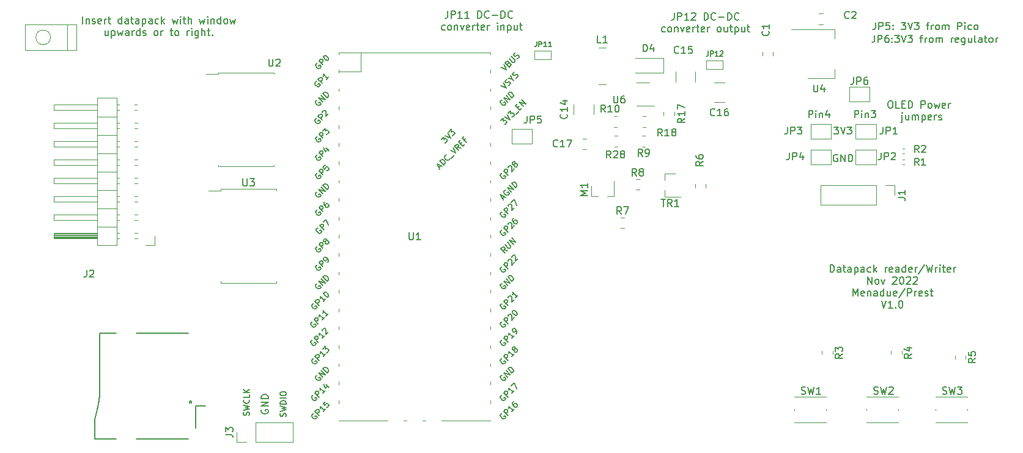
<source format=gbr>
G04 #@! TF.GenerationSoftware,KiCad,Pcbnew,5.1.5+dfsg1-2build2*
G04 #@! TF.CreationDate,2022-11-08T08:06:46+00:00*
G04 #@! TF.ProjectId,datapack-tool1,64617461-7061-4636-9b2d-746f6f6c312e,rev?*
G04 #@! TF.SameCoordinates,Original*
G04 #@! TF.FileFunction,Legend,Top*
G04 #@! TF.FilePolarity,Positive*
%FSLAX46Y46*%
G04 Gerber Fmt 4.6, Leading zero omitted, Abs format (unit mm)*
G04 Created by KiCad (PCBNEW 5.1.5+dfsg1-2build2) date 2022-11-08 08:06:46*
%MOMM*%
%LPD*%
G04 APERTURE LIST*
%ADD10C,0.150000*%
%ADD11C,0.120000*%
G04 APERTURE END LIST*
D10*
X188770666Y-105624380D02*
X188770666Y-106338666D01*
X188723047Y-106481523D01*
X188627809Y-106576761D01*
X188484952Y-106624380D01*
X188389714Y-106624380D01*
X189246857Y-106624380D02*
X189246857Y-105624380D01*
X189627809Y-105624380D01*
X189723047Y-105672000D01*
X189770666Y-105719619D01*
X189818285Y-105814857D01*
X189818285Y-105957714D01*
X189770666Y-106052952D01*
X189723047Y-106100571D01*
X189627809Y-106148190D01*
X189246857Y-106148190D01*
X190675428Y-105624380D02*
X190484952Y-105624380D01*
X190389714Y-105672000D01*
X190342095Y-105719619D01*
X190246857Y-105862476D01*
X190199238Y-106052952D01*
X190199238Y-106433904D01*
X190246857Y-106529142D01*
X190294476Y-106576761D01*
X190389714Y-106624380D01*
X190580190Y-106624380D01*
X190675428Y-106576761D01*
X190723047Y-106529142D01*
X190770666Y-106433904D01*
X190770666Y-106195809D01*
X190723047Y-106100571D01*
X190675428Y-106052952D01*
X190580190Y-106005333D01*
X190389714Y-106005333D01*
X190294476Y-106052952D01*
X190246857Y-106100571D01*
X190199238Y-106195809D01*
X191199238Y-106529142D02*
X191246857Y-106576761D01*
X191199238Y-106624380D01*
X191151619Y-106576761D01*
X191199238Y-106529142D01*
X191199238Y-106624380D01*
X191199238Y-106005333D02*
X191246857Y-106052952D01*
X191199238Y-106100571D01*
X191151619Y-106052952D01*
X191199238Y-106005333D01*
X191199238Y-106100571D01*
X191580190Y-105624380D02*
X192199238Y-105624380D01*
X191865904Y-106005333D01*
X192008761Y-106005333D01*
X192104000Y-106052952D01*
X192151619Y-106100571D01*
X192199238Y-106195809D01*
X192199238Y-106433904D01*
X192151619Y-106529142D01*
X192104000Y-106576761D01*
X192008761Y-106624380D01*
X191723047Y-106624380D01*
X191627809Y-106576761D01*
X191580190Y-106529142D01*
X192484952Y-105624380D02*
X192818285Y-106624380D01*
X193151619Y-105624380D01*
X193389714Y-105624380D02*
X194008761Y-105624380D01*
X193675428Y-106005333D01*
X193818285Y-106005333D01*
X193913523Y-106052952D01*
X193961142Y-106100571D01*
X194008761Y-106195809D01*
X194008761Y-106433904D01*
X193961142Y-106529142D01*
X193913523Y-106576761D01*
X193818285Y-106624380D01*
X193532571Y-106624380D01*
X193437333Y-106576761D01*
X193389714Y-106529142D01*
X195056380Y-105957714D02*
X195437333Y-105957714D01*
X195199238Y-106624380D02*
X195199238Y-105767238D01*
X195246857Y-105672000D01*
X195342095Y-105624380D01*
X195437333Y-105624380D01*
X195770666Y-106624380D02*
X195770666Y-105957714D01*
X195770666Y-106148190D02*
X195818285Y-106052952D01*
X195865904Y-106005333D01*
X195961142Y-105957714D01*
X196056380Y-105957714D01*
X196532571Y-106624380D02*
X196437333Y-106576761D01*
X196389714Y-106529142D01*
X196342095Y-106433904D01*
X196342095Y-106148190D01*
X196389714Y-106052952D01*
X196437333Y-106005333D01*
X196532571Y-105957714D01*
X196675428Y-105957714D01*
X196770666Y-106005333D01*
X196818285Y-106052952D01*
X196865904Y-106148190D01*
X196865904Y-106433904D01*
X196818285Y-106529142D01*
X196770666Y-106576761D01*
X196675428Y-106624380D01*
X196532571Y-106624380D01*
X197294476Y-106624380D02*
X197294476Y-105957714D01*
X197294476Y-106052952D02*
X197342095Y-106005333D01*
X197437333Y-105957714D01*
X197580190Y-105957714D01*
X197675428Y-106005333D01*
X197723047Y-106100571D01*
X197723047Y-106624380D01*
X197723047Y-106100571D02*
X197770666Y-106005333D01*
X197865904Y-105957714D01*
X198008761Y-105957714D01*
X198104000Y-106005333D01*
X198151619Y-106100571D01*
X198151619Y-106624380D01*
X199389714Y-106624380D02*
X199389714Y-105957714D01*
X199389714Y-106148190D02*
X199437333Y-106052952D01*
X199484952Y-106005333D01*
X199580190Y-105957714D01*
X199675428Y-105957714D01*
X200389714Y-106576761D02*
X200294476Y-106624380D01*
X200104000Y-106624380D01*
X200008761Y-106576761D01*
X199961142Y-106481523D01*
X199961142Y-106100571D01*
X200008761Y-106005333D01*
X200104000Y-105957714D01*
X200294476Y-105957714D01*
X200389714Y-106005333D01*
X200437333Y-106100571D01*
X200437333Y-106195809D01*
X199961142Y-106291047D01*
X201294476Y-105957714D02*
X201294476Y-106767238D01*
X201246857Y-106862476D01*
X201199238Y-106910095D01*
X201104000Y-106957714D01*
X200961142Y-106957714D01*
X200865904Y-106910095D01*
X201294476Y-106576761D02*
X201199238Y-106624380D01*
X201008761Y-106624380D01*
X200913523Y-106576761D01*
X200865904Y-106529142D01*
X200818285Y-106433904D01*
X200818285Y-106148190D01*
X200865904Y-106052952D01*
X200913523Y-106005333D01*
X201008761Y-105957714D01*
X201199238Y-105957714D01*
X201294476Y-106005333D01*
X202199238Y-105957714D02*
X202199238Y-106624380D01*
X201770666Y-105957714D02*
X201770666Y-106481523D01*
X201818285Y-106576761D01*
X201913523Y-106624380D01*
X202056380Y-106624380D01*
X202151619Y-106576761D01*
X202199238Y-106529142D01*
X202818285Y-106624380D02*
X202723047Y-106576761D01*
X202675428Y-106481523D01*
X202675428Y-105624380D01*
X203627809Y-106624380D02*
X203627809Y-106100571D01*
X203580190Y-106005333D01*
X203484952Y-105957714D01*
X203294476Y-105957714D01*
X203199238Y-106005333D01*
X203627809Y-106576761D02*
X203532571Y-106624380D01*
X203294476Y-106624380D01*
X203199238Y-106576761D01*
X203151619Y-106481523D01*
X203151619Y-106386285D01*
X203199238Y-106291047D01*
X203294476Y-106243428D01*
X203532571Y-106243428D01*
X203627809Y-106195809D01*
X203961142Y-105957714D02*
X204342095Y-105957714D01*
X204104000Y-105624380D02*
X204104000Y-106481523D01*
X204151619Y-106576761D01*
X204246857Y-106624380D01*
X204342095Y-106624380D01*
X204818285Y-106624380D02*
X204723047Y-106576761D01*
X204675428Y-106529142D01*
X204627809Y-106433904D01*
X204627809Y-106148190D01*
X204675428Y-106052952D01*
X204723047Y-106005333D01*
X204818285Y-105957714D01*
X204961142Y-105957714D01*
X205056380Y-106005333D01*
X205104000Y-106052952D01*
X205151619Y-106148190D01*
X205151619Y-106433904D01*
X205104000Y-106529142D01*
X205056380Y-106576761D01*
X204961142Y-106624380D01*
X204818285Y-106624380D01*
X205580190Y-106624380D02*
X205580190Y-105957714D01*
X205580190Y-106148190D02*
X205627809Y-106052952D01*
X205675428Y-106005333D01*
X205770666Y-105957714D01*
X205865904Y-105957714D01*
X188905428Y-103846380D02*
X188905428Y-104560666D01*
X188857809Y-104703523D01*
X188762571Y-104798761D01*
X188619714Y-104846380D01*
X188524476Y-104846380D01*
X189381619Y-104846380D02*
X189381619Y-103846380D01*
X189762571Y-103846380D01*
X189857809Y-103894000D01*
X189905428Y-103941619D01*
X189953047Y-104036857D01*
X189953047Y-104179714D01*
X189905428Y-104274952D01*
X189857809Y-104322571D01*
X189762571Y-104370190D01*
X189381619Y-104370190D01*
X190857809Y-103846380D02*
X190381619Y-103846380D01*
X190334000Y-104322571D01*
X190381619Y-104274952D01*
X190476857Y-104227333D01*
X190714952Y-104227333D01*
X190810190Y-104274952D01*
X190857809Y-104322571D01*
X190905428Y-104417809D01*
X190905428Y-104655904D01*
X190857809Y-104751142D01*
X190810190Y-104798761D01*
X190714952Y-104846380D01*
X190476857Y-104846380D01*
X190381619Y-104798761D01*
X190334000Y-104751142D01*
X191334000Y-104751142D02*
X191381619Y-104798761D01*
X191334000Y-104846380D01*
X191286380Y-104798761D01*
X191334000Y-104751142D01*
X191334000Y-104846380D01*
X191334000Y-104227333D02*
X191381619Y-104274952D01*
X191334000Y-104322571D01*
X191286380Y-104274952D01*
X191334000Y-104227333D01*
X191334000Y-104322571D01*
X192476857Y-103846380D02*
X193095904Y-103846380D01*
X192762571Y-104227333D01*
X192905428Y-104227333D01*
X193000666Y-104274952D01*
X193048285Y-104322571D01*
X193095904Y-104417809D01*
X193095904Y-104655904D01*
X193048285Y-104751142D01*
X193000666Y-104798761D01*
X192905428Y-104846380D01*
X192619714Y-104846380D01*
X192524476Y-104798761D01*
X192476857Y-104751142D01*
X193381619Y-103846380D02*
X193714952Y-104846380D01*
X194048285Y-103846380D01*
X194286380Y-103846380D02*
X194905428Y-103846380D01*
X194572095Y-104227333D01*
X194714952Y-104227333D01*
X194810190Y-104274952D01*
X194857809Y-104322571D01*
X194905428Y-104417809D01*
X194905428Y-104655904D01*
X194857809Y-104751142D01*
X194810190Y-104798761D01*
X194714952Y-104846380D01*
X194429238Y-104846380D01*
X194334000Y-104798761D01*
X194286380Y-104751142D01*
X195953047Y-104179714D02*
X196334000Y-104179714D01*
X196095904Y-104846380D02*
X196095904Y-103989238D01*
X196143523Y-103894000D01*
X196238761Y-103846380D01*
X196334000Y-103846380D01*
X196667333Y-104846380D02*
X196667333Y-104179714D01*
X196667333Y-104370190D02*
X196714952Y-104274952D01*
X196762571Y-104227333D01*
X196857809Y-104179714D01*
X196953047Y-104179714D01*
X197429238Y-104846380D02*
X197334000Y-104798761D01*
X197286380Y-104751142D01*
X197238761Y-104655904D01*
X197238761Y-104370190D01*
X197286380Y-104274952D01*
X197334000Y-104227333D01*
X197429238Y-104179714D01*
X197572095Y-104179714D01*
X197667333Y-104227333D01*
X197714952Y-104274952D01*
X197762571Y-104370190D01*
X197762571Y-104655904D01*
X197714952Y-104751142D01*
X197667333Y-104798761D01*
X197572095Y-104846380D01*
X197429238Y-104846380D01*
X198191142Y-104846380D02*
X198191142Y-104179714D01*
X198191142Y-104274952D02*
X198238761Y-104227333D01*
X198334000Y-104179714D01*
X198476857Y-104179714D01*
X198572095Y-104227333D01*
X198619714Y-104322571D01*
X198619714Y-104846380D01*
X198619714Y-104322571D02*
X198667333Y-104227333D01*
X198762571Y-104179714D01*
X198905428Y-104179714D01*
X199000666Y-104227333D01*
X199048285Y-104322571D01*
X199048285Y-104846380D01*
X200286380Y-104846380D02*
X200286380Y-103846380D01*
X200667333Y-103846380D01*
X200762571Y-103894000D01*
X200810190Y-103941619D01*
X200857809Y-104036857D01*
X200857809Y-104179714D01*
X200810190Y-104274952D01*
X200762571Y-104322571D01*
X200667333Y-104370190D01*
X200286380Y-104370190D01*
X201286380Y-104846380D02*
X201286380Y-104179714D01*
X201286380Y-103846380D02*
X201238761Y-103894000D01*
X201286380Y-103941619D01*
X201334000Y-103894000D01*
X201286380Y-103846380D01*
X201286380Y-103941619D01*
X202191142Y-104798761D02*
X202095904Y-104846380D01*
X201905428Y-104846380D01*
X201810190Y-104798761D01*
X201762571Y-104751142D01*
X201714952Y-104655904D01*
X201714952Y-104370190D01*
X201762571Y-104274952D01*
X201810190Y-104227333D01*
X201905428Y-104179714D01*
X202095904Y-104179714D01*
X202191142Y-104227333D01*
X202762571Y-104846380D02*
X202667333Y-104798761D01*
X202619714Y-104751142D01*
X202572095Y-104655904D01*
X202572095Y-104370190D01*
X202619714Y-104274952D01*
X202667333Y-104227333D01*
X202762571Y-104179714D01*
X202905428Y-104179714D01*
X203000666Y-104227333D01*
X203048285Y-104274952D01*
X203095904Y-104370190D01*
X203095904Y-104655904D01*
X203048285Y-104751142D01*
X203000666Y-104798761D01*
X202905428Y-104846380D01*
X202762571Y-104846380D01*
X190897428Y-114705380D02*
X191087904Y-114705380D01*
X191183142Y-114753000D01*
X191278380Y-114848238D01*
X191326000Y-115038714D01*
X191326000Y-115372047D01*
X191278380Y-115562523D01*
X191183142Y-115657761D01*
X191087904Y-115705380D01*
X190897428Y-115705380D01*
X190802190Y-115657761D01*
X190706952Y-115562523D01*
X190659333Y-115372047D01*
X190659333Y-115038714D01*
X190706952Y-114848238D01*
X190802190Y-114753000D01*
X190897428Y-114705380D01*
X192230761Y-115705380D02*
X191754571Y-115705380D01*
X191754571Y-114705380D01*
X192564095Y-115181571D02*
X192897428Y-115181571D01*
X193040285Y-115705380D02*
X192564095Y-115705380D01*
X192564095Y-114705380D01*
X193040285Y-114705380D01*
X193468857Y-115705380D02*
X193468857Y-114705380D01*
X193706952Y-114705380D01*
X193849809Y-114753000D01*
X193945047Y-114848238D01*
X193992666Y-114943476D01*
X194040285Y-115133952D01*
X194040285Y-115276809D01*
X193992666Y-115467285D01*
X193945047Y-115562523D01*
X193849809Y-115657761D01*
X193706952Y-115705380D01*
X193468857Y-115705380D01*
X195230761Y-115705380D02*
X195230761Y-114705380D01*
X195611714Y-114705380D01*
X195706952Y-114753000D01*
X195754571Y-114800619D01*
X195802190Y-114895857D01*
X195802190Y-115038714D01*
X195754571Y-115133952D01*
X195706952Y-115181571D01*
X195611714Y-115229190D01*
X195230761Y-115229190D01*
X196373619Y-115705380D02*
X196278380Y-115657761D01*
X196230761Y-115610142D01*
X196183142Y-115514904D01*
X196183142Y-115229190D01*
X196230761Y-115133952D01*
X196278380Y-115086333D01*
X196373619Y-115038714D01*
X196516476Y-115038714D01*
X196611714Y-115086333D01*
X196659333Y-115133952D01*
X196706952Y-115229190D01*
X196706952Y-115514904D01*
X196659333Y-115610142D01*
X196611714Y-115657761D01*
X196516476Y-115705380D01*
X196373619Y-115705380D01*
X197040285Y-115038714D02*
X197230761Y-115705380D01*
X197421238Y-115229190D01*
X197611714Y-115705380D01*
X197802190Y-115038714D01*
X198564095Y-115657761D02*
X198468857Y-115705380D01*
X198278380Y-115705380D01*
X198183142Y-115657761D01*
X198135523Y-115562523D01*
X198135523Y-115181571D01*
X198183142Y-115086333D01*
X198278380Y-115038714D01*
X198468857Y-115038714D01*
X198564095Y-115086333D01*
X198611714Y-115181571D01*
X198611714Y-115276809D01*
X198135523Y-115372047D01*
X199040285Y-115705380D02*
X199040285Y-115038714D01*
X199040285Y-115229190D02*
X199087904Y-115133952D01*
X199135523Y-115086333D01*
X199230761Y-115038714D01*
X199326000Y-115038714D01*
X192611714Y-116688714D02*
X192611714Y-117545857D01*
X192564095Y-117641095D01*
X192468857Y-117688714D01*
X192421238Y-117688714D01*
X192611714Y-116355380D02*
X192564095Y-116403000D01*
X192611714Y-116450619D01*
X192659333Y-116403000D01*
X192611714Y-116355380D01*
X192611714Y-116450619D01*
X193516476Y-116688714D02*
X193516476Y-117355380D01*
X193087904Y-116688714D02*
X193087904Y-117212523D01*
X193135523Y-117307761D01*
X193230761Y-117355380D01*
X193373619Y-117355380D01*
X193468857Y-117307761D01*
X193516476Y-117260142D01*
X193992666Y-117355380D02*
X193992666Y-116688714D01*
X193992666Y-116783952D02*
X194040285Y-116736333D01*
X194135523Y-116688714D01*
X194278380Y-116688714D01*
X194373619Y-116736333D01*
X194421238Y-116831571D01*
X194421238Y-117355380D01*
X194421238Y-116831571D02*
X194468857Y-116736333D01*
X194564095Y-116688714D01*
X194706952Y-116688714D01*
X194802190Y-116736333D01*
X194849809Y-116831571D01*
X194849809Y-117355380D01*
X195326000Y-116688714D02*
X195326000Y-117688714D01*
X195326000Y-116736333D02*
X195421238Y-116688714D01*
X195611714Y-116688714D01*
X195706952Y-116736333D01*
X195754571Y-116783952D01*
X195802190Y-116879190D01*
X195802190Y-117164904D01*
X195754571Y-117260142D01*
X195706952Y-117307761D01*
X195611714Y-117355380D01*
X195421238Y-117355380D01*
X195326000Y-117307761D01*
X196611714Y-117307761D02*
X196516476Y-117355380D01*
X196326000Y-117355380D01*
X196230761Y-117307761D01*
X196183142Y-117212523D01*
X196183142Y-116831571D01*
X196230761Y-116736333D01*
X196326000Y-116688714D01*
X196516476Y-116688714D01*
X196611714Y-116736333D01*
X196659333Y-116831571D01*
X196659333Y-116926809D01*
X196183142Y-117022047D01*
X197087904Y-117355380D02*
X197087904Y-116688714D01*
X197087904Y-116879190D02*
X197135523Y-116783952D01*
X197183142Y-116736333D01*
X197278380Y-116688714D01*
X197373619Y-116688714D01*
X197659333Y-117307761D02*
X197754571Y-117355380D01*
X197945047Y-117355380D01*
X198040285Y-117307761D01*
X198087904Y-117212523D01*
X198087904Y-117164904D01*
X198040285Y-117069666D01*
X197945047Y-117022047D01*
X197802190Y-117022047D01*
X197706952Y-116974428D01*
X197659333Y-116879190D01*
X197659333Y-116831571D01*
X197706952Y-116736333D01*
X197802190Y-116688714D01*
X197945047Y-116688714D01*
X198040285Y-116736333D01*
X161044476Y-102513380D02*
X161044476Y-103227666D01*
X160996857Y-103370523D01*
X160901619Y-103465761D01*
X160758761Y-103513380D01*
X160663523Y-103513380D01*
X161520666Y-103513380D02*
X161520666Y-102513380D01*
X161901619Y-102513380D01*
X161996857Y-102561000D01*
X162044476Y-102608619D01*
X162092095Y-102703857D01*
X162092095Y-102846714D01*
X162044476Y-102941952D01*
X161996857Y-102989571D01*
X161901619Y-103037190D01*
X161520666Y-103037190D01*
X163044476Y-103513380D02*
X162473047Y-103513380D01*
X162758761Y-103513380D02*
X162758761Y-102513380D01*
X162663523Y-102656238D01*
X162568285Y-102751476D01*
X162473047Y-102799095D01*
X163425428Y-102608619D02*
X163473047Y-102561000D01*
X163568285Y-102513380D01*
X163806380Y-102513380D01*
X163901619Y-102561000D01*
X163949238Y-102608619D01*
X163996857Y-102703857D01*
X163996857Y-102799095D01*
X163949238Y-102941952D01*
X163377809Y-103513380D01*
X163996857Y-103513380D01*
X165187333Y-103513380D02*
X165187333Y-102513380D01*
X165425428Y-102513380D01*
X165568285Y-102561000D01*
X165663523Y-102656238D01*
X165711142Y-102751476D01*
X165758761Y-102941952D01*
X165758761Y-103084809D01*
X165711142Y-103275285D01*
X165663523Y-103370523D01*
X165568285Y-103465761D01*
X165425428Y-103513380D01*
X165187333Y-103513380D01*
X166758761Y-103418142D02*
X166711142Y-103465761D01*
X166568285Y-103513380D01*
X166473047Y-103513380D01*
X166330190Y-103465761D01*
X166234952Y-103370523D01*
X166187333Y-103275285D01*
X166139714Y-103084809D01*
X166139714Y-102941952D01*
X166187333Y-102751476D01*
X166234952Y-102656238D01*
X166330190Y-102561000D01*
X166473047Y-102513380D01*
X166568285Y-102513380D01*
X166711142Y-102561000D01*
X166758761Y-102608619D01*
X167187333Y-103132428D02*
X167949238Y-103132428D01*
X168425428Y-103513380D02*
X168425428Y-102513380D01*
X168663523Y-102513380D01*
X168806380Y-102561000D01*
X168901619Y-102656238D01*
X168949238Y-102751476D01*
X168996857Y-102941952D01*
X168996857Y-103084809D01*
X168949238Y-103275285D01*
X168901619Y-103370523D01*
X168806380Y-103465761D01*
X168663523Y-103513380D01*
X168425428Y-103513380D01*
X169996857Y-103418142D02*
X169949238Y-103465761D01*
X169806380Y-103513380D01*
X169711142Y-103513380D01*
X169568285Y-103465761D01*
X169473047Y-103370523D01*
X169425428Y-103275285D01*
X169377809Y-103084809D01*
X169377809Y-102941952D01*
X169425428Y-102751476D01*
X169473047Y-102656238D01*
X169568285Y-102561000D01*
X169711142Y-102513380D01*
X169806380Y-102513380D01*
X169949238Y-102561000D01*
X169996857Y-102608619D01*
X159782571Y-105115761D02*
X159687333Y-105163380D01*
X159496857Y-105163380D01*
X159401619Y-105115761D01*
X159354000Y-105068142D01*
X159306380Y-104972904D01*
X159306380Y-104687190D01*
X159354000Y-104591952D01*
X159401619Y-104544333D01*
X159496857Y-104496714D01*
X159687333Y-104496714D01*
X159782571Y-104544333D01*
X160354000Y-105163380D02*
X160258761Y-105115761D01*
X160211142Y-105068142D01*
X160163523Y-104972904D01*
X160163523Y-104687190D01*
X160211142Y-104591952D01*
X160258761Y-104544333D01*
X160354000Y-104496714D01*
X160496857Y-104496714D01*
X160592095Y-104544333D01*
X160639714Y-104591952D01*
X160687333Y-104687190D01*
X160687333Y-104972904D01*
X160639714Y-105068142D01*
X160592095Y-105115761D01*
X160496857Y-105163380D01*
X160354000Y-105163380D01*
X161115904Y-104496714D02*
X161115904Y-105163380D01*
X161115904Y-104591952D02*
X161163523Y-104544333D01*
X161258761Y-104496714D01*
X161401619Y-104496714D01*
X161496857Y-104544333D01*
X161544476Y-104639571D01*
X161544476Y-105163380D01*
X161925428Y-104496714D02*
X162163523Y-105163380D01*
X162401619Y-104496714D01*
X163163523Y-105115761D02*
X163068285Y-105163380D01*
X162877809Y-105163380D01*
X162782571Y-105115761D01*
X162734952Y-105020523D01*
X162734952Y-104639571D01*
X162782571Y-104544333D01*
X162877809Y-104496714D01*
X163068285Y-104496714D01*
X163163523Y-104544333D01*
X163211142Y-104639571D01*
X163211142Y-104734809D01*
X162734952Y-104830047D01*
X163639714Y-105163380D02*
X163639714Y-104496714D01*
X163639714Y-104687190D02*
X163687333Y-104591952D01*
X163734952Y-104544333D01*
X163830190Y-104496714D01*
X163925428Y-104496714D01*
X164115904Y-104496714D02*
X164496857Y-104496714D01*
X164258761Y-104163380D02*
X164258761Y-105020523D01*
X164306380Y-105115761D01*
X164401619Y-105163380D01*
X164496857Y-105163380D01*
X165211142Y-105115761D02*
X165115904Y-105163380D01*
X164925428Y-105163380D01*
X164830190Y-105115761D01*
X164782571Y-105020523D01*
X164782571Y-104639571D01*
X164830190Y-104544333D01*
X164925428Y-104496714D01*
X165115904Y-104496714D01*
X165211142Y-104544333D01*
X165258761Y-104639571D01*
X165258761Y-104734809D01*
X164782571Y-104830047D01*
X165687333Y-105163380D02*
X165687333Y-104496714D01*
X165687333Y-104687190D02*
X165734952Y-104591952D01*
X165782571Y-104544333D01*
X165877809Y-104496714D01*
X165973047Y-104496714D01*
X167211142Y-105163380D02*
X167115904Y-105115761D01*
X167068285Y-105068142D01*
X167020666Y-104972904D01*
X167020666Y-104687190D01*
X167068285Y-104591952D01*
X167115904Y-104544333D01*
X167211142Y-104496714D01*
X167354000Y-104496714D01*
X167449238Y-104544333D01*
X167496857Y-104591952D01*
X167544476Y-104687190D01*
X167544476Y-104972904D01*
X167496857Y-105068142D01*
X167449238Y-105115761D01*
X167354000Y-105163380D01*
X167211142Y-105163380D01*
X168401619Y-104496714D02*
X168401619Y-105163380D01*
X167973047Y-104496714D02*
X167973047Y-105020523D01*
X168020666Y-105115761D01*
X168115904Y-105163380D01*
X168258761Y-105163380D01*
X168354000Y-105115761D01*
X168401619Y-105068142D01*
X168734952Y-104496714D02*
X169115904Y-104496714D01*
X168877809Y-104163380D02*
X168877809Y-105020523D01*
X168925428Y-105115761D01*
X169020666Y-105163380D01*
X169115904Y-105163380D01*
X169449238Y-104496714D02*
X169449238Y-105496714D01*
X169449238Y-104544333D02*
X169544476Y-104496714D01*
X169734952Y-104496714D01*
X169830190Y-104544333D01*
X169877809Y-104591952D01*
X169925428Y-104687190D01*
X169925428Y-104972904D01*
X169877809Y-105068142D01*
X169830190Y-105115761D01*
X169734952Y-105163380D01*
X169544476Y-105163380D01*
X169449238Y-105115761D01*
X170782571Y-104496714D02*
X170782571Y-105163380D01*
X170354000Y-104496714D02*
X170354000Y-105020523D01*
X170401619Y-105115761D01*
X170496857Y-105163380D01*
X170639714Y-105163380D01*
X170734952Y-105115761D01*
X170782571Y-105068142D01*
X171115904Y-104496714D02*
X171496857Y-104496714D01*
X171258761Y-104163380D02*
X171258761Y-105020523D01*
X171306380Y-105115761D01*
X171401619Y-105163380D01*
X171496857Y-105163380D01*
X129675523Y-102259380D02*
X129675523Y-102973666D01*
X129627904Y-103116523D01*
X129532666Y-103211761D01*
X129389809Y-103259380D01*
X129294571Y-103259380D01*
X130151714Y-103259380D02*
X130151714Y-102259380D01*
X130532666Y-102259380D01*
X130627904Y-102307000D01*
X130675523Y-102354619D01*
X130723142Y-102449857D01*
X130723142Y-102592714D01*
X130675523Y-102687952D01*
X130627904Y-102735571D01*
X130532666Y-102783190D01*
X130151714Y-102783190D01*
X131675523Y-103259380D02*
X131104095Y-103259380D01*
X131389809Y-103259380D02*
X131389809Y-102259380D01*
X131294571Y-102402238D01*
X131199333Y-102497476D01*
X131104095Y-102545095D01*
X132627904Y-103259380D02*
X132056476Y-103259380D01*
X132342190Y-103259380D02*
X132342190Y-102259380D01*
X132246952Y-102402238D01*
X132151714Y-102497476D01*
X132056476Y-102545095D01*
X133818380Y-103259380D02*
X133818380Y-102259380D01*
X134056476Y-102259380D01*
X134199333Y-102307000D01*
X134294571Y-102402238D01*
X134342190Y-102497476D01*
X134389809Y-102687952D01*
X134389809Y-102830809D01*
X134342190Y-103021285D01*
X134294571Y-103116523D01*
X134199333Y-103211761D01*
X134056476Y-103259380D01*
X133818380Y-103259380D01*
X135389809Y-103164142D02*
X135342190Y-103211761D01*
X135199333Y-103259380D01*
X135104095Y-103259380D01*
X134961238Y-103211761D01*
X134866000Y-103116523D01*
X134818380Y-103021285D01*
X134770761Y-102830809D01*
X134770761Y-102687952D01*
X134818380Y-102497476D01*
X134866000Y-102402238D01*
X134961238Y-102307000D01*
X135104095Y-102259380D01*
X135199333Y-102259380D01*
X135342190Y-102307000D01*
X135389809Y-102354619D01*
X135818380Y-102878428D02*
X136580285Y-102878428D01*
X137056476Y-103259380D02*
X137056476Y-102259380D01*
X137294571Y-102259380D01*
X137437428Y-102307000D01*
X137532666Y-102402238D01*
X137580285Y-102497476D01*
X137627904Y-102687952D01*
X137627904Y-102830809D01*
X137580285Y-103021285D01*
X137532666Y-103116523D01*
X137437428Y-103211761D01*
X137294571Y-103259380D01*
X137056476Y-103259380D01*
X138627904Y-103164142D02*
X138580285Y-103211761D01*
X138437428Y-103259380D01*
X138342190Y-103259380D01*
X138199333Y-103211761D01*
X138104095Y-103116523D01*
X138056476Y-103021285D01*
X138008857Y-102830809D01*
X138008857Y-102687952D01*
X138056476Y-102497476D01*
X138104095Y-102402238D01*
X138199333Y-102307000D01*
X138342190Y-102259380D01*
X138437428Y-102259380D01*
X138580285Y-102307000D01*
X138627904Y-102354619D01*
X129294571Y-104861761D02*
X129199333Y-104909380D01*
X129008857Y-104909380D01*
X128913619Y-104861761D01*
X128866000Y-104814142D01*
X128818380Y-104718904D01*
X128818380Y-104433190D01*
X128866000Y-104337952D01*
X128913619Y-104290333D01*
X129008857Y-104242714D01*
X129199333Y-104242714D01*
X129294571Y-104290333D01*
X129866000Y-104909380D02*
X129770761Y-104861761D01*
X129723142Y-104814142D01*
X129675523Y-104718904D01*
X129675523Y-104433190D01*
X129723142Y-104337952D01*
X129770761Y-104290333D01*
X129866000Y-104242714D01*
X130008857Y-104242714D01*
X130104095Y-104290333D01*
X130151714Y-104337952D01*
X130199333Y-104433190D01*
X130199333Y-104718904D01*
X130151714Y-104814142D01*
X130104095Y-104861761D01*
X130008857Y-104909380D01*
X129866000Y-104909380D01*
X130627904Y-104242714D02*
X130627904Y-104909380D01*
X130627904Y-104337952D02*
X130675523Y-104290333D01*
X130770761Y-104242714D01*
X130913619Y-104242714D01*
X131008857Y-104290333D01*
X131056476Y-104385571D01*
X131056476Y-104909380D01*
X131437428Y-104242714D02*
X131675523Y-104909380D01*
X131913619Y-104242714D01*
X132675523Y-104861761D02*
X132580285Y-104909380D01*
X132389809Y-104909380D01*
X132294571Y-104861761D01*
X132246952Y-104766523D01*
X132246952Y-104385571D01*
X132294571Y-104290333D01*
X132389809Y-104242714D01*
X132580285Y-104242714D01*
X132675523Y-104290333D01*
X132723142Y-104385571D01*
X132723142Y-104480809D01*
X132246952Y-104576047D01*
X133151714Y-104909380D02*
X133151714Y-104242714D01*
X133151714Y-104433190D02*
X133199333Y-104337952D01*
X133246952Y-104290333D01*
X133342190Y-104242714D01*
X133437428Y-104242714D01*
X133627904Y-104242714D02*
X134008857Y-104242714D01*
X133770761Y-103909380D02*
X133770761Y-104766523D01*
X133818380Y-104861761D01*
X133913619Y-104909380D01*
X134008857Y-104909380D01*
X134723142Y-104861761D02*
X134627904Y-104909380D01*
X134437428Y-104909380D01*
X134342190Y-104861761D01*
X134294571Y-104766523D01*
X134294571Y-104385571D01*
X134342190Y-104290333D01*
X134437428Y-104242714D01*
X134627904Y-104242714D01*
X134723142Y-104290333D01*
X134770761Y-104385571D01*
X134770761Y-104480809D01*
X134294571Y-104576047D01*
X135199333Y-104909380D02*
X135199333Y-104242714D01*
X135199333Y-104433190D02*
X135246952Y-104337952D01*
X135294571Y-104290333D01*
X135389809Y-104242714D01*
X135485047Y-104242714D01*
X136580285Y-104909380D02*
X136580285Y-104242714D01*
X136580285Y-103909380D02*
X136532666Y-103957000D01*
X136580285Y-104004619D01*
X136627904Y-103957000D01*
X136580285Y-103909380D01*
X136580285Y-104004619D01*
X137056476Y-104242714D02*
X137056476Y-104909380D01*
X137056476Y-104337952D02*
X137104095Y-104290333D01*
X137199333Y-104242714D01*
X137342190Y-104242714D01*
X137437428Y-104290333D01*
X137485047Y-104385571D01*
X137485047Y-104909380D01*
X137961238Y-104242714D02*
X137961238Y-105242714D01*
X137961238Y-104290333D02*
X138056476Y-104242714D01*
X138246952Y-104242714D01*
X138342190Y-104290333D01*
X138389809Y-104337952D01*
X138437428Y-104433190D01*
X138437428Y-104718904D01*
X138389809Y-104814142D01*
X138342190Y-104861761D01*
X138246952Y-104909380D01*
X138056476Y-104909380D01*
X137961238Y-104861761D01*
X139294571Y-104242714D02*
X139294571Y-104909380D01*
X138866000Y-104242714D02*
X138866000Y-104766523D01*
X138913619Y-104861761D01*
X139008857Y-104909380D01*
X139151714Y-104909380D01*
X139246952Y-104861761D01*
X139294571Y-104814142D01*
X139627904Y-104242714D02*
X140008857Y-104242714D01*
X139770761Y-103909380D02*
X139770761Y-104766523D01*
X139818380Y-104861761D01*
X139913619Y-104909380D01*
X140008857Y-104909380D01*
D11*
X76962000Y-104140000D02*
X76962000Y-107696000D01*
X74676000Y-105918000D02*
G75*
G03X74676000Y-105918000I-1016000J0D01*
G01*
X71120000Y-107696000D02*
X71120000Y-104140000D01*
X78232000Y-107696000D02*
X71120000Y-107696000D01*
X78232000Y-104140000D02*
X78232000Y-107696000D01*
X71120000Y-104140000D02*
X78232000Y-104140000D01*
D10*
X79114380Y-104021380D02*
X79114380Y-103021380D01*
X79590571Y-103354714D02*
X79590571Y-104021380D01*
X79590571Y-103449952D02*
X79638190Y-103402333D01*
X79733428Y-103354714D01*
X79876285Y-103354714D01*
X79971523Y-103402333D01*
X80019142Y-103497571D01*
X80019142Y-104021380D01*
X80447714Y-103973761D02*
X80542952Y-104021380D01*
X80733428Y-104021380D01*
X80828666Y-103973761D01*
X80876285Y-103878523D01*
X80876285Y-103830904D01*
X80828666Y-103735666D01*
X80733428Y-103688047D01*
X80590571Y-103688047D01*
X80495333Y-103640428D01*
X80447714Y-103545190D01*
X80447714Y-103497571D01*
X80495333Y-103402333D01*
X80590571Y-103354714D01*
X80733428Y-103354714D01*
X80828666Y-103402333D01*
X81685809Y-103973761D02*
X81590571Y-104021380D01*
X81400095Y-104021380D01*
X81304857Y-103973761D01*
X81257238Y-103878523D01*
X81257238Y-103497571D01*
X81304857Y-103402333D01*
X81400095Y-103354714D01*
X81590571Y-103354714D01*
X81685809Y-103402333D01*
X81733428Y-103497571D01*
X81733428Y-103592809D01*
X81257238Y-103688047D01*
X82162000Y-104021380D02*
X82162000Y-103354714D01*
X82162000Y-103545190D02*
X82209619Y-103449952D01*
X82257238Y-103402333D01*
X82352476Y-103354714D01*
X82447714Y-103354714D01*
X82638190Y-103354714D02*
X83019142Y-103354714D01*
X82781047Y-103021380D02*
X82781047Y-103878523D01*
X82828666Y-103973761D01*
X82923904Y-104021380D01*
X83019142Y-104021380D01*
X84542952Y-104021380D02*
X84542952Y-103021380D01*
X84542952Y-103973761D02*
X84447714Y-104021380D01*
X84257238Y-104021380D01*
X84162000Y-103973761D01*
X84114380Y-103926142D01*
X84066761Y-103830904D01*
X84066761Y-103545190D01*
X84114380Y-103449952D01*
X84162000Y-103402333D01*
X84257238Y-103354714D01*
X84447714Y-103354714D01*
X84542952Y-103402333D01*
X85447714Y-104021380D02*
X85447714Y-103497571D01*
X85400095Y-103402333D01*
X85304857Y-103354714D01*
X85114380Y-103354714D01*
X85019142Y-103402333D01*
X85447714Y-103973761D02*
X85352476Y-104021380D01*
X85114380Y-104021380D01*
X85019142Y-103973761D01*
X84971523Y-103878523D01*
X84971523Y-103783285D01*
X85019142Y-103688047D01*
X85114380Y-103640428D01*
X85352476Y-103640428D01*
X85447714Y-103592809D01*
X85781047Y-103354714D02*
X86162000Y-103354714D01*
X85923904Y-103021380D02*
X85923904Y-103878523D01*
X85971523Y-103973761D01*
X86066761Y-104021380D01*
X86162000Y-104021380D01*
X86923904Y-104021380D02*
X86923904Y-103497571D01*
X86876285Y-103402333D01*
X86781047Y-103354714D01*
X86590571Y-103354714D01*
X86495333Y-103402333D01*
X86923904Y-103973761D02*
X86828666Y-104021380D01*
X86590571Y-104021380D01*
X86495333Y-103973761D01*
X86447714Y-103878523D01*
X86447714Y-103783285D01*
X86495333Y-103688047D01*
X86590571Y-103640428D01*
X86828666Y-103640428D01*
X86923904Y-103592809D01*
X87400095Y-103354714D02*
X87400095Y-104354714D01*
X87400095Y-103402333D02*
X87495333Y-103354714D01*
X87685809Y-103354714D01*
X87781047Y-103402333D01*
X87828666Y-103449952D01*
X87876285Y-103545190D01*
X87876285Y-103830904D01*
X87828666Y-103926142D01*
X87781047Y-103973761D01*
X87685809Y-104021380D01*
X87495333Y-104021380D01*
X87400095Y-103973761D01*
X88733428Y-104021380D02*
X88733428Y-103497571D01*
X88685809Y-103402333D01*
X88590571Y-103354714D01*
X88400095Y-103354714D01*
X88304857Y-103402333D01*
X88733428Y-103973761D02*
X88638190Y-104021380D01*
X88400095Y-104021380D01*
X88304857Y-103973761D01*
X88257238Y-103878523D01*
X88257238Y-103783285D01*
X88304857Y-103688047D01*
X88400095Y-103640428D01*
X88638190Y-103640428D01*
X88733428Y-103592809D01*
X89638190Y-103973761D02*
X89542952Y-104021380D01*
X89352476Y-104021380D01*
X89257238Y-103973761D01*
X89209619Y-103926142D01*
X89162000Y-103830904D01*
X89162000Y-103545190D01*
X89209619Y-103449952D01*
X89257238Y-103402333D01*
X89352476Y-103354714D01*
X89542952Y-103354714D01*
X89638190Y-103402333D01*
X90066761Y-104021380D02*
X90066761Y-103021380D01*
X90162000Y-103640428D02*
X90447714Y-104021380D01*
X90447714Y-103354714D02*
X90066761Y-103735666D01*
X91542952Y-103354714D02*
X91733428Y-104021380D01*
X91923904Y-103545190D01*
X92114380Y-104021380D01*
X92304857Y-103354714D01*
X92685809Y-104021380D02*
X92685809Y-103354714D01*
X92685809Y-103021380D02*
X92638190Y-103069000D01*
X92685809Y-103116619D01*
X92733428Y-103069000D01*
X92685809Y-103021380D01*
X92685809Y-103116619D01*
X93019142Y-103354714D02*
X93400095Y-103354714D01*
X93162000Y-103021380D02*
X93162000Y-103878523D01*
X93209619Y-103973761D01*
X93304857Y-104021380D01*
X93400095Y-104021380D01*
X93733428Y-104021380D02*
X93733428Y-103021380D01*
X94162000Y-104021380D02*
X94162000Y-103497571D01*
X94114380Y-103402333D01*
X94019142Y-103354714D01*
X93876285Y-103354714D01*
X93781047Y-103402333D01*
X93733428Y-103449952D01*
X95304857Y-103354714D02*
X95495333Y-104021380D01*
X95685809Y-103545190D01*
X95876285Y-104021380D01*
X96066761Y-103354714D01*
X96447714Y-104021380D02*
X96447714Y-103354714D01*
X96447714Y-103021380D02*
X96400095Y-103069000D01*
X96447714Y-103116619D01*
X96495333Y-103069000D01*
X96447714Y-103021380D01*
X96447714Y-103116619D01*
X96923904Y-103354714D02*
X96923904Y-104021380D01*
X96923904Y-103449952D02*
X96971523Y-103402333D01*
X97066761Y-103354714D01*
X97209619Y-103354714D01*
X97304857Y-103402333D01*
X97352476Y-103497571D01*
X97352476Y-104021380D01*
X98257238Y-104021380D02*
X98257238Y-103021380D01*
X98257238Y-103973761D02*
X98162000Y-104021380D01*
X97971523Y-104021380D01*
X97876285Y-103973761D01*
X97828666Y-103926142D01*
X97781047Y-103830904D01*
X97781047Y-103545190D01*
X97828666Y-103449952D01*
X97876285Y-103402333D01*
X97971523Y-103354714D01*
X98162000Y-103354714D01*
X98257238Y-103402333D01*
X98876285Y-104021380D02*
X98781047Y-103973761D01*
X98733428Y-103926142D01*
X98685809Y-103830904D01*
X98685809Y-103545190D01*
X98733428Y-103449952D01*
X98781047Y-103402333D01*
X98876285Y-103354714D01*
X99019142Y-103354714D01*
X99114380Y-103402333D01*
X99162000Y-103449952D01*
X99209619Y-103545190D01*
X99209619Y-103830904D01*
X99162000Y-103926142D01*
X99114380Y-103973761D01*
X99019142Y-104021380D01*
X98876285Y-104021380D01*
X99542952Y-103354714D02*
X99733428Y-104021380D01*
X99923904Y-103545190D01*
X100114380Y-104021380D01*
X100304857Y-103354714D01*
X82662000Y-105004714D02*
X82662000Y-105671380D01*
X82233428Y-105004714D02*
X82233428Y-105528523D01*
X82281047Y-105623761D01*
X82376285Y-105671380D01*
X82519142Y-105671380D01*
X82614380Y-105623761D01*
X82662000Y-105576142D01*
X83138190Y-105004714D02*
X83138190Y-106004714D01*
X83138190Y-105052333D02*
X83233428Y-105004714D01*
X83423904Y-105004714D01*
X83519142Y-105052333D01*
X83566761Y-105099952D01*
X83614380Y-105195190D01*
X83614380Y-105480904D01*
X83566761Y-105576142D01*
X83519142Y-105623761D01*
X83423904Y-105671380D01*
X83233428Y-105671380D01*
X83138190Y-105623761D01*
X83947714Y-105004714D02*
X84138190Y-105671380D01*
X84328666Y-105195190D01*
X84519142Y-105671380D01*
X84709619Y-105004714D01*
X85519142Y-105671380D02*
X85519142Y-105147571D01*
X85471523Y-105052333D01*
X85376285Y-105004714D01*
X85185809Y-105004714D01*
X85090571Y-105052333D01*
X85519142Y-105623761D02*
X85423904Y-105671380D01*
X85185809Y-105671380D01*
X85090571Y-105623761D01*
X85042952Y-105528523D01*
X85042952Y-105433285D01*
X85090571Y-105338047D01*
X85185809Y-105290428D01*
X85423904Y-105290428D01*
X85519142Y-105242809D01*
X85995333Y-105671380D02*
X85995333Y-105004714D01*
X85995333Y-105195190D02*
X86042952Y-105099952D01*
X86090571Y-105052333D01*
X86185809Y-105004714D01*
X86281047Y-105004714D01*
X87042952Y-105671380D02*
X87042952Y-104671380D01*
X87042952Y-105623761D02*
X86947714Y-105671380D01*
X86757238Y-105671380D01*
X86662000Y-105623761D01*
X86614380Y-105576142D01*
X86566761Y-105480904D01*
X86566761Y-105195190D01*
X86614380Y-105099952D01*
X86662000Y-105052333D01*
X86757238Y-105004714D01*
X86947714Y-105004714D01*
X87042952Y-105052333D01*
X87471523Y-105623761D02*
X87566761Y-105671380D01*
X87757238Y-105671380D01*
X87852476Y-105623761D01*
X87900095Y-105528523D01*
X87900095Y-105480904D01*
X87852476Y-105385666D01*
X87757238Y-105338047D01*
X87614380Y-105338047D01*
X87519142Y-105290428D01*
X87471523Y-105195190D01*
X87471523Y-105147571D01*
X87519142Y-105052333D01*
X87614380Y-105004714D01*
X87757238Y-105004714D01*
X87852476Y-105052333D01*
X89233428Y-105671380D02*
X89138190Y-105623761D01*
X89090571Y-105576142D01*
X89042952Y-105480904D01*
X89042952Y-105195190D01*
X89090571Y-105099952D01*
X89138190Y-105052333D01*
X89233428Y-105004714D01*
X89376285Y-105004714D01*
X89471523Y-105052333D01*
X89519142Y-105099952D01*
X89566761Y-105195190D01*
X89566761Y-105480904D01*
X89519142Y-105576142D01*
X89471523Y-105623761D01*
X89376285Y-105671380D01*
X89233428Y-105671380D01*
X89995333Y-105671380D02*
X89995333Y-105004714D01*
X89995333Y-105195190D02*
X90042952Y-105099952D01*
X90090571Y-105052333D01*
X90185809Y-105004714D01*
X90281047Y-105004714D01*
X91233428Y-105004714D02*
X91614380Y-105004714D01*
X91376285Y-104671380D02*
X91376285Y-105528523D01*
X91423904Y-105623761D01*
X91519142Y-105671380D01*
X91614380Y-105671380D01*
X92090571Y-105671380D02*
X91995333Y-105623761D01*
X91947714Y-105576142D01*
X91900095Y-105480904D01*
X91900095Y-105195190D01*
X91947714Y-105099952D01*
X91995333Y-105052333D01*
X92090571Y-105004714D01*
X92233428Y-105004714D01*
X92328666Y-105052333D01*
X92376285Y-105099952D01*
X92423904Y-105195190D01*
X92423904Y-105480904D01*
X92376285Y-105576142D01*
X92328666Y-105623761D01*
X92233428Y-105671380D01*
X92090571Y-105671380D01*
X93614380Y-105671380D02*
X93614380Y-105004714D01*
X93614380Y-105195190D02*
X93662000Y-105099952D01*
X93709619Y-105052333D01*
X93804857Y-105004714D01*
X93900095Y-105004714D01*
X94233428Y-105671380D02*
X94233428Y-105004714D01*
X94233428Y-104671380D02*
X94185809Y-104719000D01*
X94233428Y-104766619D01*
X94281047Y-104719000D01*
X94233428Y-104671380D01*
X94233428Y-104766619D01*
X95138190Y-105004714D02*
X95138190Y-105814238D01*
X95090571Y-105909476D01*
X95042952Y-105957095D01*
X94947714Y-106004714D01*
X94804857Y-106004714D01*
X94709619Y-105957095D01*
X95138190Y-105623761D02*
X95042952Y-105671380D01*
X94852476Y-105671380D01*
X94757238Y-105623761D01*
X94709619Y-105576142D01*
X94662000Y-105480904D01*
X94662000Y-105195190D01*
X94709619Y-105099952D01*
X94757238Y-105052333D01*
X94852476Y-105004714D01*
X95042952Y-105004714D01*
X95138190Y-105052333D01*
X95614380Y-105671380D02*
X95614380Y-104671380D01*
X96042952Y-105671380D02*
X96042952Y-105147571D01*
X95995333Y-105052333D01*
X95900095Y-105004714D01*
X95757238Y-105004714D01*
X95662000Y-105052333D01*
X95614380Y-105099952D01*
X96376285Y-105004714D02*
X96757238Y-105004714D01*
X96519142Y-104671380D02*
X96519142Y-105528523D01*
X96566761Y-105623761D01*
X96662000Y-105671380D01*
X96757238Y-105671380D01*
X97090571Y-105576142D02*
X97138190Y-105623761D01*
X97090571Y-105671380D01*
X97042952Y-105623761D01*
X97090571Y-105576142D01*
X97090571Y-105671380D01*
X183642095Y-122182000D02*
X183546857Y-122134380D01*
X183404000Y-122134380D01*
X183261142Y-122182000D01*
X183165904Y-122277238D01*
X183118285Y-122372476D01*
X183070666Y-122562952D01*
X183070666Y-122705809D01*
X183118285Y-122896285D01*
X183165904Y-122991523D01*
X183261142Y-123086761D01*
X183404000Y-123134380D01*
X183499238Y-123134380D01*
X183642095Y-123086761D01*
X183689714Y-123039142D01*
X183689714Y-122705809D01*
X183499238Y-122705809D01*
X184118285Y-123134380D02*
X184118285Y-122134380D01*
X184689714Y-123134380D01*
X184689714Y-122134380D01*
X185165904Y-123134380D02*
X185165904Y-122134380D01*
X185404000Y-122134380D01*
X185546857Y-122182000D01*
X185642095Y-122277238D01*
X185689714Y-122372476D01*
X185737333Y-122562952D01*
X185737333Y-122705809D01*
X185689714Y-122896285D01*
X185642095Y-122991523D01*
X185546857Y-123086761D01*
X185404000Y-123134380D01*
X185165904Y-123134380D01*
X186023428Y-117038380D02*
X186023428Y-116038380D01*
X186404380Y-116038380D01*
X186499619Y-116086000D01*
X186547238Y-116133619D01*
X186594857Y-116228857D01*
X186594857Y-116371714D01*
X186547238Y-116466952D01*
X186499619Y-116514571D01*
X186404380Y-116562190D01*
X186023428Y-116562190D01*
X187023428Y-117038380D02*
X187023428Y-116371714D01*
X187023428Y-116038380D02*
X186975809Y-116086000D01*
X187023428Y-116133619D01*
X187071047Y-116086000D01*
X187023428Y-116038380D01*
X187023428Y-116133619D01*
X187499619Y-116371714D02*
X187499619Y-117038380D01*
X187499619Y-116466952D02*
X187547238Y-116419333D01*
X187642476Y-116371714D01*
X187785333Y-116371714D01*
X187880571Y-116419333D01*
X187928190Y-116514571D01*
X187928190Y-117038380D01*
X188309142Y-116038380D02*
X188928190Y-116038380D01*
X188594857Y-116419333D01*
X188737714Y-116419333D01*
X188832952Y-116466952D01*
X188880571Y-116514571D01*
X188928190Y-116609809D01*
X188928190Y-116847904D01*
X188880571Y-116943142D01*
X188832952Y-116990761D01*
X188737714Y-117038380D01*
X188452000Y-117038380D01*
X188356761Y-116990761D01*
X188309142Y-116943142D01*
X183165904Y-118324380D02*
X183784952Y-118324380D01*
X183451619Y-118705333D01*
X183594476Y-118705333D01*
X183689714Y-118752952D01*
X183737333Y-118800571D01*
X183784952Y-118895809D01*
X183784952Y-119133904D01*
X183737333Y-119229142D01*
X183689714Y-119276761D01*
X183594476Y-119324380D01*
X183308761Y-119324380D01*
X183213523Y-119276761D01*
X183165904Y-119229142D01*
X184070666Y-118324380D02*
X184404000Y-119324380D01*
X184737333Y-118324380D01*
X184975428Y-118324380D02*
X185594476Y-118324380D01*
X185261142Y-118705333D01*
X185404000Y-118705333D01*
X185499238Y-118752952D01*
X185546857Y-118800571D01*
X185594476Y-118895809D01*
X185594476Y-119133904D01*
X185546857Y-119229142D01*
X185499238Y-119276761D01*
X185404000Y-119324380D01*
X185118285Y-119324380D01*
X185023047Y-119276761D01*
X184975428Y-119229142D01*
X179673428Y-117038380D02*
X179673428Y-116038380D01*
X180054380Y-116038380D01*
X180149619Y-116086000D01*
X180197238Y-116133619D01*
X180244857Y-116228857D01*
X180244857Y-116371714D01*
X180197238Y-116466952D01*
X180149619Y-116514571D01*
X180054380Y-116562190D01*
X179673428Y-116562190D01*
X180673428Y-117038380D02*
X180673428Y-116371714D01*
X180673428Y-116038380D02*
X180625809Y-116086000D01*
X180673428Y-116133619D01*
X180721047Y-116086000D01*
X180673428Y-116038380D01*
X180673428Y-116133619D01*
X181149619Y-116371714D02*
X181149619Y-117038380D01*
X181149619Y-116466952D02*
X181197238Y-116419333D01*
X181292476Y-116371714D01*
X181435333Y-116371714D01*
X181530571Y-116419333D01*
X181578190Y-116514571D01*
X181578190Y-117038380D01*
X182482952Y-116371714D02*
X182482952Y-117038380D01*
X182244857Y-115990761D02*
X182006761Y-116705047D01*
X182625809Y-116705047D01*
X182642952Y-138439380D02*
X182642952Y-137439380D01*
X182881047Y-137439380D01*
X183023904Y-137487000D01*
X183119142Y-137582238D01*
X183166761Y-137677476D01*
X183214380Y-137867952D01*
X183214380Y-138010809D01*
X183166761Y-138201285D01*
X183119142Y-138296523D01*
X183023904Y-138391761D01*
X182881047Y-138439380D01*
X182642952Y-138439380D01*
X184071523Y-138439380D02*
X184071523Y-137915571D01*
X184023904Y-137820333D01*
X183928666Y-137772714D01*
X183738190Y-137772714D01*
X183642952Y-137820333D01*
X184071523Y-138391761D02*
X183976285Y-138439380D01*
X183738190Y-138439380D01*
X183642952Y-138391761D01*
X183595333Y-138296523D01*
X183595333Y-138201285D01*
X183642952Y-138106047D01*
X183738190Y-138058428D01*
X183976285Y-138058428D01*
X184071523Y-138010809D01*
X184404857Y-137772714D02*
X184785809Y-137772714D01*
X184547714Y-137439380D02*
X184547714Y-138296523D01*
X184595333Y-138391761D01*
X184690571Y-138439380D01*
X184785809Y-138439380D01*
X185547714Y-138439380D02*
X185547714Y-137915571D01*
X185500095Y-137820333D01*
X185404857Y-137772714D01*
X185214380Y-137772714D01*
X185119142Y-137820333D01*
X185547714Y-138391761D02*
X185452476Y-138439380D01*
X185214380Y-138439380D01*
X185119142Y-138391761D01*
X185071523Y-138296523D01*
X185071523Y-138201285D01*
X185119142Y-138106047D01*
X185214380Y-138058428D01*
X185452476Y-138058428D01*
X185547714Y-138010809D01*
X186023904Y-137772714D02*
X186023904Y-138772714D01*
X186023904Y-137820333D02*
X186119142Y-137772714D01*
X186309619Y-137772714D01*
X186404857Y-137820333D01*
X186452476Y-137867952D01*
X186500095Y-137963190D01*
X186500095Y-138248904D01*
X186452476Y-138344142D01*
X186404857Y-138391761D01*
X186309619Y-138439380D01*
X186119142Y-138439380D01*
X186023904Y-138391761D01*
X187357238Y-138439380D02*
X187357238Y-137915571D01*
X187309619Y-137820333D01*
X187214380Y-137772714D01*
X187023904Y-137772714D01*
X186928666Y-137820333D01*
X187357238Y-138391761D02*
X187262000Y-138439380D01*
X187023904Y-138439380D01*
X186928666Y-138391761D01*
X186881047Y-138296523D01*
X186881047Y-138201285D01*
X186928666Y-138106047D01*
X187023904Y-138058428D01*
X187262000Y-138058428D01*
X187357238Y-138010809D01*
X188262000Y-138391761D02*
X188166761Y-138439380D01*
X187976285Y-138439380D01*
X187881047Y-138391761D01*
X187833428Y-138344142D01*
X187785809Y-138248904D01*
X187785809Y-137963190D01*
X187833428Y-137867952D01*
X187881047Y-137820333D01*
X187976285Y-137772714D01*
X188166761Y-137772714D01*
X188262000Y-137820333D01*
X188690571Y-138439380D02*
X188690571Y-137439380D01*
X188785809Y-138058428D02*
X189071523Y-138439380D01*
X189071523Y-137772714D02*
X188690571Y-138153666D01*
X190262000Y-138439380D02*
X190262000Y-137772714D01*
X190262000Y-137963190D02*
X190309619Y-137867952D01*
X190357238Y-137820333D01*
X190452476Y-137772714D01*
X190547714Y-137772714D01*
X191262000Y-138391761D02*
X191166761Y-138439380D01*
X190976285Y-138439380D01*
X190881047Y-138391761D01*
X190833428Y-138296523D01*
X190833428Y-137915571D01*
X190881047Y-137820333D01*
X190976285Y-137772714D01*
X191166761Y-137772714D01*
X191262000Y-137820333D01*
X191309619Y-137915571D01*
X191309619Y-138010809D01*
X190833428Y-138106047D01*
X192166761Y-138439380D02*
X192166761Y-137915571D01*
X192119142Y-137820333D01*
X192023904Y-137772714D01*
X191833428Y-137772714D01*
X191738190Y-137820333D01*
X192166761Y-138391761D02*
X192071523Y-138439380D01*
X191833428Y-138439380D01*
X191738190Y-138391761D01*
X191690571Y-138296523D01*
X191690571Y-138201285D01*
X191738190Y-138106047D01*
X191833428Y-138058428D01*
X192071523Y-138058428D01*
X192166761Y-138010809D01*
X193071523Y-138439380D02*
X193071523Y-137439380D01*
X193071523Y-138391761D02*
X192976285Y-138439380D01*
X192785809Y-138439380D01*
X192690571Y-138391761D01*
X192642952Y-138344142D01*
X192595333Y-138248904D01*
X192595333Y-137963190D01*
X192642952Y-137867952D01*
X192690571Y-137820333D01*
X192785809Y-137772714D01*
X192976285Y-137772714D01*
X193071523Y-137820333D01*
X193928666Y-138391761D02*
X193833428Y-138439380D01*
X193642952Y-138439380D01*
X193547714Y-138391761D01*
X193500095Y-138296523D01*
X193500095Y-137915571D01*
X193547714Y-137820333D01*
X193642952Y-137772714D01*
X193833428Y-137772714D01*
X193928666Y-137820333D01*
X193976285Y-137915571D01*
X193976285Y-138010809D01*
X193500095Y-138106047D01*
X194404857Y-138439380D02*
X194404857Y-137772714D01*
X194404857Y-137963190D02*
X194452476Y-137867952D01*
X194500095Y-137820333D01*
X194595333Y-137772714D01*
X194690571Y-137772714D01*
X195738190Y-137391761D02*
X194881047Y-138677476D01*
X195976285Y-137439380D02*
X196214380Y-138439380D01*
X196404857Y-137725095D01*
X196595333Y-138439380D01*
X196833428Y-137439380D01*
X197214380Y-138439380D02*
X197214380Y-137772714D01*
X197214380Y-137963190D02*
X197262000Y-137867952D01*
X197309619Y-137820333D01*
X197404857Y-137772714D01*
X197500095Y-137772714D01*
X197833428Y-138439380D02*
X197833428Y-137772714D01*
X197833428Y-137439380D02*
X197785809Y-137487000D01*
X197833428Y-137534619D01*
X197881047Y-137487000D01*
X197833428Y-137439380D01*
X197833428Y-137534619D01*
X198166761Y-137772714D02*
X198547714Y-137772714D01*
X198309619Y-137439380D02*
X198309619Y-138296523D01*
X198357238Y-138391761D01*
X198452476Y-138439380D01*
X198547714Y-138439380D01*
X199262000Y-138391761D02*
X199166761Y-138439380D01*
X198976285Y-138439380D01*
X198881047Y-138391761D01*
X198833428Y-138296523D01*
X198833428Y-137915571D01*
X198881047Y-137820333D01*
X198976285Y-137772714D01*
X199166761Y-137772714D01*
X199262000Y-137820333D01*
X199309619Y-137915571D01*
X199309619Y-138010809D01*
X198833428Y-138106047D01*
X199738190Y-138439380D02*
X199738190Y-137772714D01*
X199738190Y-137963190D02*
X199785809Y-137867952D01*
X199833428Y-137820333D01*
X199928666Y-137772714D01*
X200023904Y-137772714D01*
X187857238Y-140089380D02*
X187857238Y-139089380D01*
X188428666Y-140089380D01*
X188428666Y-139089380D01*
X189047714Y-140089380D02*
X188952476Y-140041761D01*
X188904857Y-139994142D01*
X188857238Y-139898904D01*
X188857238Y-139613190D01*
X188904857Y-139517952D01*
X188952476Y-139470333D01*
X189047714Y-139422714D01*
X189190571Y-139422714D01*
X189285809Y-139470333D01*
X189333428Y-139517952D01*
X189381047Y-139613190D01*
X189381047Y-139898904D01*
X189333428Y-139994142D01*
X189285809Y-140041761D01*
X189190571Y-140089380D01*
X189047714Y-140089380D01*
X189714380Y-139422714D02*
X189952476Y-140089380D01*
X190190571Y-139422714D01*
X191285809Y-139184619D02*
X191333428Y-139137000D01*
X191428666Y-139089380D01*
X191666761Y-139089380D01*
X191762000Y-139137000D01*
X191809619Y-139184619D01*
X191857238Y-139279857D01*
X191857238Y-139375095D01*
X191809619Y-139517952D01*
X191238190Y-140089380D01*
X191857238Y-140089380D01*
X192476285Y-139089380D02*
X192571523Y-139089380D01*
X192666761Y-139137000D01*
X192714380Y-139184619D01*
X192762000Y-139279857D01*
X192809619Y-139470333D01*
X192809619Y-139708428D01*
X192762000Y-139898904D01*
X192714380Y-139994142D01*
X192666761Y-140041761D01*
X192571523Y-140089380D01*
X192476285Y-140089380D01*
X192381047Y-140041761D01*
X192333428Y-139994142D01*
X192285809Y-139898904D01*
X192238190Y-139708428D01*
X192238190Y-139470333D01*
X192285809Y-139279857D01*
X192333428Y-139184619D01*
X192381047Y-139137000D01*
X192476285Y-139089380D01*
X193190571Y-139184619D02*
X193238190Y-139137000D01*
X193333428Y-139089380D01*
X193571523Y-139089380D01*
X193666761Y-139137000D01*
X193714380Y-139184619D01*
X193762000Y-139279857D01*
X193762000Y-139375095D01*
X193714380Y-139517952D01*
X193142952Y-140089380D01*
X193762000Y-140089380D01*
X194142952Y-139184619D02*
X194190571Y-139137000D01*
X194285809Y-139089380D01*
X194523904Y-139089380D01*
X194619142Y-139137000D01*
X194666761Y-139184619D01*
X194714380Y-139279857D01*
X194714380Y-139375095D01*
X194666761Y-139517952D01*
X194095333Y-140089380D01*
X194714380Y-140089380D01*
X185809619Y-141739380D02*
X185809619Y-140739380D01*
X186142952Y-141453666D01*
X186476285Y-140739380D01*
X186476285Y-141739380D01*
X187333428Y-141691761D02*
X187238190Y-141739380D01*
X187047714Y-141739380D01*
X186952476Y-141691761D01*
X186904857Y-141596523D01*
X186904857Y-141215571D01*
X186952476Y-141120333D01*
X187047714Y-141072714D01*
X187238190Y-141072714D01*
X187333428Y-141120333D01*
X187381047Y-141215571D01*
X187381047Y-141310809D01*
X186904857Y-141406047D01*
X187809619Y-141072714D02*
X187809619Y-141739380D01*
X187809619Y-141167952D02*
X187857238Y-141120333D01*
X187952476Y-141072714D01*
X188095333Y-141072714D01*
X188190571Y-141120333D01*
X188238190Y-141215571D01*
X188238190Y-141739380D01*
X189142952Y-141739380D02*
X189142952Y-141215571D01*
X189095333Y-141120333D01*
X189000095Y-141072714D01*
X188809619Y-141072714D01*
X188714380Y-141120333D01*
X189142952Y-141691761D02*
X189047714Y-141739380D01*
X188809619Y-141739380D01*
X188714380Y-141691761D01*
X188666761Y-141596523D01*
X188666761Y-141501285D01*
X188714380Y-141406047D01*
X188809619Y-141358428D01*
X189047714Y-141358428D01*
X189142952Y-141310809D01*
X190047714Y-141739380D02*
X190047714Y-140739380D01*
X190047714Y-141691761D02*
X189952476Y-141739380D01*
X189762000Y-141739380D01*
X189666761Y-141691761D01*
X189619142Y-141644142D01*
X189571523Y-141548904D01*
X189571523Y-141263190D01*
X189619142Y-141167952D01*
X189666761Y-141120333D01*
X189762000Y-141072714D01*
X189952476Y-141072714D01*
X190047714Y-141120333D01*
X190952476Y-141072714D02*
X190952476Y-141739380D01*
X190523904Y-141072714D02*
X190523904Y-141596523D01*
X190571523Y-141691761D01*
X190666761Y-141739380D01*
X190809619Y-141739380D01*
X190904857Y-141691761D01*
X190952476Y-141644142D01*
X191809619Y-141691761D02*
X191714380Y-141739380D01*
X191523904Y-141739380D01*
X191428666Y-141691761D01*
X191381047Y-141596523D01*
X191381047Y-141215571D01*
X191428666Y-141120333D01*
X191523904Y-141072714D01*
X191714380Y-141072714D01*
X191809619Y-141120333D01*
X191857238Y-141215571D01*
X191857238Y-141310809D01*
X191381047Y-141406047D01*
X193000095Y-140691761D02*
X192142952Y-141977476D01*
X193333428Y-141739380D02*
X193333428Y-140739380D01*
X193714380Y-140739380D01*
X193809619Y-140787000D01*
X193857238Y-140834619D01*
X193904857Y-140929857D01*
X193904857Y-141072714D01*
X193857238Y-141167952D01*
X193809619Y-141215571D01*
X193714380Y-141263190D01*
X193333428Y-141263190D01*
X194333428Y-141739380D02*
X194333428Y-141072714D01*
X194333428Y-141263190D02*
X194381047Y-141167952D01*
X194428666Y-141120333D01*
X194523904Y-141072714D01*
X194619142Y-141072714D01*
X195333428Y-141691761D02*
X195238190Y-141739380D01*
X195047714Y-141739380D01*
X194952476Y-141691761D01*
X194904857Y-141596523D01*
X194904857Y-141215571D01*
X194952476Y-141120333D01*
X195047714Y-141072714D01*
X195238190Y-141072714D01*
X195333428Y-141120333D01*
X195381047Y-141215571D01*
X195381047Y-141310809D01*
X194904857Y-141406047D01*
X195762000Y-141691761D02*
X195857238Y-141739380D01*
X196047714Y-141739380D01*
X196142952Y-141691761D01*
X196190571Y-141596523D01*
X196190571Y-141548904D01*
X196142952Y-141453666D01*
X196047714Y-141406047D01*
X195904857Y-141406047D01*
X195809619Y-141358428D01*
X195762000Y-141263190D01*
X195762000Y-141215571D01*
X195809619Y-141120333D01*
X195904857Y-141072714D01*
X196047714Y-141072714D01*
X196142952Y-141120333D01*
X196476285Y-141072714D02*
X196857238Y-141072714D01*
X196619142Y-140739380D02*
X196619142Y-141596523D01*
X196666761Y-141691761D01*
X196762000Y-141739380D01*
X196857238Y-141739380D01*
X189738190Y-142389380D02*
X190071523Y-143389380D01*
X190404857Y-142389380D01*
X191262000Y-143389380D02*
X190690571Y-143389380D01*
X190976285Y-143389380D02*
X190976285Y-142389380D01*
X190881047Y-142532238D01*
X190785809Y-142627476D01*
X190690571Y-142675095D01*
X191690571Y-143294142D02*
X191738190Y-143341761D01*
X191690571Y-143389380D01*
X191642952Y-143341761D01*
X191690571Y-143294142D01*
X191690571Y-143389380D01*
X192357238Y-142389380D02*
X192452476Y-142389380D01*
X192547714Y-142437000D01*
X192595333Y-142484619D01*
X192642952Y-142579857D01*
X192690571Y-142770333D01*
X192690571Y-143008428D01*
X192642952Y-143198904D01*
X192595333Y-143294142D01*
X192547714Y-143341761D01*
X192452476Y-143389380D01*
X192357238Y-143389380D01*
X192262000Y-143341761D01*
X192214380Y-143294142D01*
X192166761Y-143198904D01*
X192119142Y-143008428D01*
X192119142Y-142770333D01*
X192166761Y-142579857D01*
X192214380Y-142484619D01*
X192262000Y-142437000D01*
X192357238Y-142389380D01*
X103894000Y-157479904D02*
X103846380Y-157575142D01*
X103846380Y-157718000D01*
X103894000Y-157860857D01*
X103989238Y-157956095D01*
X104084476Y-158003714D01*
X104274952Y-158051333D01*
X104417809Y-158051333D01*
X104608285Y-158003714D01*
X104703523Y-157956095D01*
X104798761Y-157860857D01*
X104846380Y-157718000D01*
X104846380Y-157622761D01*
X104798761Y-157479904D01*
X104751142Y-157432285D01*
X104417809Y-157432285D01*
X104417809Y-157622761D01*
X104846380Y-157003714D02*
X103846380Y-157003714D01*
X104846380Y-156432285D01*
X103846380Y-156432285D01*
X104846380Y-155956095D02*
X103846380Y-155956095D01*
X103846380Y-155718000D01*
X103894000Y-155575142D01*
X103989238Y-155479904D01*
X104084476Y-155432285D01*
X104274952Y-155384666D01*
X104417809Y-155384666D01*
X104608285Y-155432285D01*
X104703523Y-155479904D01*
X104798761Y-155575142D01*
X104846380Y-155718000D01*
X104846380Y-155956095D01*
D11*
X177256000Y-104794000D02*
X183266000Y-104794000D01*
X179506000Y-111614000D02*
X183266000Y-111614000D01*
X183266000Y-104794000D02*
X183266000Y-106054000D01*
X183266000Y-111614000D02*
X183266000Y-110354000D01*
X185290000Y-112792000D02*
X188090000Y-112792000D01*
X188090000Y-112792000D02*
X188090000Y-114792000D01*
X188090000Y-114792000D02*
X185290000Y-114792000D01*
X185290000Y-114792000D02*
X185290000Y-112792000D01*
X141317000Y-120634000D02*
X138517000Y-120634000D01*
X138517000Y-120634000D02*
X138517000Y-118634000D01*
X138517000Y-118634000D02*
X141317000Y-118634000D01*
X141317000Y-118634000D02*
X141317000Y-120634000D01*
X181617252Y-102643000D02*
X181094748Y-102643000D01*
X181617252Y-104113000D02*
X181094748Y-104113000D01*
X174725000Y-108465252D02*
X174725000Y-107942748D01*
X173255000Y-108465252D02*
X173255000Y-107942748D01*
X179925001Y-121525001D02*
X182725001Y-121525001D01*
X182725001Y-121525001D02*
X182725001Y-123525001D01*
X182725001Y-123525001D02*
X179925001Y-123525001D01*
X179925001Y-123525001D02*
X179925001Y-121525001D01*
X179925001Y-117975001D02*
X182725001Y-117975001D01*
X182725001Y-117975001D02*
X182725001Y-119975001D01*
X182725001Y-119975001D02*
X179925001Y-119975001D01*
X179925001Y-119975001D02*
X179925001Y-117975001D01*
X186175001Y-121525001D02*
X188975001Y-121525001D01*
X188975001Y-121525001D02*
X188975001Y-123525001D01*
X188975001Y-123525001D02*
X186175001Y-123525001D01*
X186175001Y-123525001D02*
X186175001Y-121525001D01*
X186175001Y-117975001D02*
X188975001Y-117975001D01*
X188975001Y-117975001D02*
X188975001Y-119975001D01*
X188975001Y-119975001D02*
X186175001Y-119975001D01*
X186175001Y-119975001D02*
X186175001Y-117975001D01*
X191576000Y-126432000D02*
X191576000Y-127762000D01*
X190246000Y-126432000D02*
X191576000Y-126432000D01*
X188976000Y-126432000D02*
X188976000Y-129092000D01*
X188976000Y-129092000D02*
X181296000Y-129092000D01*
X188976000Y-126432000D02*
X181296000Y-126432000D01*
X181296000Y-126432000D02*
X181296000Y-129092000D01*
X114600000Y-108000000D02*
X135600000Y-108000000D01*
X121400000Y-159000000D02*
X114600000Y-159000000D01*
X114600000Y-110667000D02*
X117607000Y-110667000D01*
X117607000Y-110667000D02*
X117607000Y-108000000D01*
X114600000Y-108000000D02*
X114600000Y-108300000D01*
X114600000Y-110400000D02*
X114600000Y-110800000D01*
X114600000Y-113000000D02*
X114600000Y-113400000D01*
X114600000Y-115500000D02*
X114600000Y-115900000D01*
X114600000Y-118100000D02*
X114600000Y-118500000D01*
X114600000Y-120600000D02*
X114600000Y-121000000D01*
X114600000Y-123100000D02*
X114600000Y-123500000D01*
X114600000Y-125700000D02*
X114600000Y-126100000D01*
X114600000Y-128200000D02*
X114600000Y-128600000D01*
X114600000Y-130800000D02*
X114600000Y-131200000D01*
X114600000Y-133300000D02*
X114600000Y-133700000D01*
X114600000Y-135800000D02*
X114600000Y-136200000D01*
X114600000Y-138400000D02*
X114600000Y-138800000D01*
X114600000Y-140900000D02*
X114600000Y-141300000D01*
X114600000Y-143500000D02*
X114600000Y-143900000D01*
X114600000Y-146000000D02*
X114600000Y-146400000D01*
X114600000Y-148600000D02*
X114600000Y-149000000D01*
X114600000Y-151100000D02*
X114600000Y-151500000D01*
X114600000Y-153600000D02*
X114600000Y-154000000D01*
X114600000Y-156200000D02*
X114600000Y-156600000D01*
X135600000Y-123100000D02*
X135600000Y-123500000D01*
X135600000Y-128200000D02*
X135600000Y-128600000D01*
X135600000Y-135800000D02*
X135600000Y-136200000D01*
X135600000Y-143500000D02*
X135600000Y-143900000D01*
X135600000Y-113000000D02*
X135600000Y-113400000D01*
X135600000Y-110400000D02*
X135600000Y-110800000D01*
X135600000Y-118100000D02*
X135600000Y-118500000D01*
X135600000Y-151100000D02*
X135600000Y-151500000D01*
X135600000Y-156200000D02*
X135600000Y-156600000D01*
X135600000Y-153600000D02*
X135600000Y-154000000D01*
X135600000Y-138400000D02*
X135600000Y-138800000D01*
X135600000Y-133300000D02*
X135600000Y-133700000D01*
X135600000Y-120600000D02*
X135600000Y-121000000D01*
X135600000Y-125700000D02*
X135600000Y-126100000D01*
X135600000Y-146000000D02*
X135600000Y-146400000D01*
X135600000Y-130800000D02*
X135600000Y-131200000D01*
X135600000Y-108000000D02*
X135600000Y-108300000D01*
X135600000Y-115500000D02*
X135600000Y-115900000D01*
X135600000Y-140900000D02*
X135600000Y-141300000D01*
X135600000Y-148600000D02*
X135600000Y-149000000D01*
X135600000Y-159000000D02*
X128800000Y-159000000D01*
X123600000Y-159000000D02*
X124000000Y-159000000D01*
X126200000Y-159000000D02*
X126600000Y-159000000D01*
X83820000Y-134730000D02*
X83820000Y-114290000D01*
X83820000Y-114290000D02*
X81160000Y-114290000D01*
X81160000Y-114290000D02*
X81160000Y-134730000D01*
X81160000Y-134730000D02*
X83820000Y-134730000D01*
X81160000Y-133780000D02*
X75160000Y-133780000D01*
X75160000Y-133780000D02*
X75160000Y-133020000D01*
X75160000Y-133020000D02*
X81160000Y-133020000D01*
X81160000Y-133720000D02*
X75160000Y-133720000D01*
X81160000Y-133600000D02*
X75160000Y-133600000D01*
X81160000Y-133480000D02*
X75160000Y-133480000D01*
X81160000Y-133360000D02*
X75160000Y-133360000D01*
X81160000Y-133240000D02*
X75160000Y-133240000D01*
X81160000Y-133120000D02*
X75160000Y-133120000D01*
X84217071Y-133780000D02*
X83820000Y-133780000D01*
X84217071Y-133020000D02*
X83820000Y-133020000D01*
X86690000Y-115220000D02*
X86302929Y-115220000D01*
X86690000Y-115980000D02*
X86302929Y-115980000D01*
X83820000Y-132130000D02*
X81160000Y-132130000D01*
X81160000Y-131240000D02*
X75160000Y-131240000D01*
X75160000Y-131240000D02*
X75160000Y-130480000D01*
X75160000Y-130480000D02*
X81160000Y-130480000D01*
X84217071Y-131240000D02*
X83820000Y-131240000D01*
X84217071Y-130480000D02*
X83820000Y-130480000D01*
X86757071Y-117760000D02*
X86302929Y-117760000D01*
X86757071Y-118520000D02*
X86302929Y-118520000D01*
X83820000Y-129590000D02*
X81160000Y-129590000D01*
X81160000Y-128700000D02*
X75160000Y-128700000D01*
X75160000Y-128700000D02*
X75160000Y-127940000D01*
X75160000Y-127940000D02*
X81160000Y-127940000D01*
X84217071Y-128700000D02*
X83820000Y-128700000D01*
X84217071Y-127940000D02*
X83820000Y-127940000D01*
X86757071Y-120300000D02*
X86302929Y-120300000D01*
X86757071Y-121060000D02*
X86302929Y-121060000D01*
X83820000Y-127050000D02*
X81160000Y-127050000D01*
X81160000Y-126160000D02*
X75160000Y-126160000D01*
X75160000Y-126160000D02*
X75160000Y-125400000D01*
X75160000Y-125400000D02*
X81160000Y-125400000D01*
X84217071Y-126160000D02*
X83820000Y-126160000D01*
X84217071Y-125400000D02*
X83820000Y-125400000D01*
X86757071Y-122840000D02*
X86302929Y-122840000D01*
X86757071Y-123600000D02*
X86302929Y-123600000D01*
X83820000Y-124510000D02*
X81160000Y-124510000D01*
X81160000Y-123620000D02*
X75160000Y-123620000D01*
X75160000Y-123620000D02*
X75160000Y-122860000D01*
X75160000Y-122860000D02*
X81160000Y-122860000D01*
X84217071Y-123620000D02*
X83820000Y-123620000D01*
X84217071Y-122860000D02*
X83820000Y-122860000D01*
X86757071Y-125380000D02*
X86302929Y-125380000D01*
X86757071Y-126140000D02*
X86302929Y-126140000D01*
X83820000Y-121970000D02*
X81160000Y-121970000D01*
X81160000Y-121080000D02*
X75160000Y-121080000D01*
X75160000Y-121080000D02*
X75160000Y-120320000D01*
X75160000Y-120320000D02*
X81160000Y-120320000D01*
X84217071Y-121080000D02*
X83820000Y-121080000D01*
X84217071Y-120320000D02*
X83820000Y-120320000D01*
X86757071Y-127920000D02*
X86302929Y-127920000D01*
X86757071Y-128680000D02*
X86302929Y-128680000D01*
X83820000Y-119430000D02*
X81160000Y-119430000D01*
X81160000Y-118540000D02*
X75160000Y-118540000D01*
X75160000Y-118540000D02*
X75160000Y-117780000D01*
X75160000Y-117780000D02*
X81160000Y-117780000D01*
X84217071Y-118540000D02*
X83820000Y-118540000D01*
X84217071Y-117780000D02*
X83820000Y-117780000D01*
X86757071Y-130460000D02*
X86302929Y-130460000D01*
X86757071Y-131220000D02*
X86302929Y-131220000D01*
X83820000Y-116890000D02*
X81160000Y-116890000D01*
X81160000Y-116000000D02*
X75160000Y-116000000D01*
X75160000Y-116000000D02*
X75160000Y-115240000D01*
X75160000Y-115240000D02*
X81160000Y-115240000D01*
X84217071Y-116000000D02*
X83820000Y-116000000D01*
X84217071Y-115240000D02*
X83820000Y-115240000D01*
X86757071Y-133000000D02*
X86302929Y-133000000D01*
X86757071Y-133760000D02*
X86302929Y-133760000D01*
X89070000Y-133400000D02*
X89070000Y-134670000D01*
X89070000Y-134670000D02*
X87800000Y-134670000D01*
D10*
X94800000Y-157000000D02*
X94800000Y-160000000D01*
X93900000Y-156550000D02*
X94200000Y-156550000D01*
X93900000Y-156250000D02*
X93900000Y-156550000D01*
X94200000Y-156250000D02*
X93900000Y-156250000D01*
X94200000Y-156550000D02*
X94200000Y-156250000D01*
X93800000Y-161550000D02*
X86600000Y-161550000D01*
X80800000Y-161550000D02*
X83800000Y-161550000D01*
X80800000Y-158850000D02*
X80800000Y-161550000D01*
X83800000Y-146850000D02*
X81500000Y-146850000D01*
X86600000Y-146850000D02*
X93800000Y-146850000D01*
X94800000Y-157000000D02*
X96100000Y-157000000D01*
X81100000Y-157800000D02*
X80800000Y-158850000D01*
X81300000Y-156700000D02*
X81100000Y-157800000D01*
X81450000Y-155550000D02*
X81300000Y-156700000D01*
X81500000Y-154200000D02*
X81450000Y-155550000D01*
X81500000Y-146850000D02*
X81500000Y-154200000D01*
D11*
X155800000Y-115410000D02*
X158250000Y-115410000D01*
X157600000Y-112190000D02*
X155800000Y-112190000D01*
X98240000Y-127125000D02*
X96550000Y-127125000D01*
X98240000Y-126890000D02*
X98240000Y-127125000D01*
X102100000Y-126890000D02*
X98240000Y-126890000D01*
X105960000Y-126890000D02*
X105960000Y-127125000D01*
X102100000Y-126890000D02*
X105960000Y-126890000D01*
X98240000Y-139910000D02*
X98240000Y-139675000D01*
X102100000Y-139910000D02*
X98240000Y-139910000D01*
X105960000Y-139910000D02*
X105960000Y-139675000D01*
X102100000Y-139910000D02*
X105960000Y-139910000D01*
X97940000Y-111025000D02*
X96250000Y-111025000D01*
X97940000Y-110790000D02*
X97940000Y-111025000D01*
X101800000Y-110790000D02*
X97940000Y-110790000D01*
X105660000Y-110790000D02*
X105660000Y-111025000D01*
X101800000Y-110790000D02*
X105660000Y-110790000D01*
X97940000Y-123810000D02*
X97940000Y-123575000D01*
X101800000Y-123810000D02*
X97940000Y-123810000D01*
X105660000Y-123810000D02*
X105660000Y-123575000D01*
X101800000Y-123810000D02*
X105660000Y-123810000D01*
X159740000Y-124820000D02*
X161200000Y-124820000D01*
X159740000Y-127980000D02*
X161900000Y-127980000D01*
X159740000Y-127980000D02*
X159740000Y-127050000D01*
X159740000Y-124820000D02*
X159740000Y-125750000D01*
X197190000Y-157530000D02*
X197190000Y-157430000D01*
X201590000Y-155730000D02*
X197190000Y-155730000D01*
X197190000Y-159230000D02*
X201590000Y-159230000D01*
X201590000Y-157530000D02*
X201590000Y-157430000D01*
X187665000Y-157530000D02*
X187665000Y-157430000D01*
X192065000Y-155730000D02*
X187665000Y-155730000D01*
X187665000Y-159230000D02*
X192065000Y-159230000D01*
X192065000Y-157530000D02*
X192065000Y-157430000D01*
X177632000Y-157530000D02*
X177632000Y-157430000D01*
X182032000Y-155730000D02*
X177632000Y-155730000D01*
X177632000Y-159230000D02*
X182032000Y-159230000D01*
X182032000Y-157530000D02*
X182032000Y-157430000D01*
X153227064Y-119565000D02*
X152772936Y-119565000D01*
X153227064Y-121035000D02*
X152772936Y-121035000D01*
X157114564Y-116865000D02*
X156660436Y-116865000D01*
X157114564Y-118335000D02*
X156660436Y-118335000D01*
X161035000Y-116727064D02*
X161035000Y-116272936D01*
X159565000Y-116727064D02*
X159565000Y-116272936D01*
X153127064Y-116865000D02*
X152672936Y-116865000D01*
X153127064Y-118335000D02*
X152672936Y-118335000D01*
X157027064Y-119565000D02*
X156572936Y-119565000D01*
X157027064Y-121035000D02*
X156572936Y-121035000D01*
X155760436Y-127035000D02*
X156214564Y-127035000D01*
X155760436Y-125565000D02*
X156214564Y-125565000D01*
X153660436Y-132335000D02*
X154114564Y-132335000D01*
X153660436Y-130865000D02*
X154114564Y-130865000D01*
X165435000Y-126727064D02*
X165435000Y-126272936D01*
X163965000Y-126727064D02*
X163965000Y-126272936D01*
X199925000Y-149990436D02*
X199925000Y-150444564D01*
X201395000Y-149990436D02*
X201395000Y-150444564D01*
X191065000Y-149355436D02*
X191065000Y-149809564D01*
X192535000Y-149355436D02*
X192535000Y-149809564D01*
X181510000Y-149355436D02*
X181510000Y-149809564D01*
X182980000Y-149355436D02*
X182980000Y-149809564D01*
X192893836Y-121306000D02*
X192678164Y-121306000D01*
X192893836Y-122026000D02*
X192678164Y-122026000D01*
X192893836Y-122830000D02*
X192678164Y-122830000D01*
X192893836Y-123550000D02*
X192678164Y-123550000D01*
X149520000Y-127960000D02*
X149520000Y-126500000D01*
X152680000Y-127960000D02*
X152680000Y-125800000D01*
X152680000Y-127960000D02*
X151750000Y-127960000D01*
X149520000Y-127960000D02*
X150450000Y-127960000D01*
X150572500Y-112410000D02*
X151572500Y-112410000D01*
X150572500Y-107390000D02*
X151572500Y-107390000D01*
X165450000Y-109100000D02*
X167750000Y-109100000D01*
X167750000Y-109100000D02*
X167750000Y-110300000D01*
X167750000Y-110300000D02*
X165450000Y-110300000D01*
X165450000Y-110300000D02*
X165450000Y-109100000D01*
X141700000Y-107800000D02*
X144000000Y-107800000D01*
X144000000Y-107800000D02*
X144000000Y-109000000D01*
X144000000Y-109000000D02*
X141700000Y-109000000D01*
X141700000Y-109000000D02*
X141700000Y-107800000D01*
X100470000Y-161930000D02*
X100470000Y-160600000D01*
X101800000Y-161930000D02*
X100470000Y-161930000D01*
X103070000Y-161930000D02*
X103070000Y-159270000D01*
X103070000Y-159270000D02*
X108210000Y-159270000D01*
X103070000Y-161930000D02*
X108210000Y-161930000D01*
X108210000Y-161930000D02*
X108210000Y-159270000D01*
X159550000Y-110800000D02*
X155650000Y-110800000D01*
X159550000Y-108800000D02*
X155650000Y-108800000D01*
X159550000Y-110800000D02*
X159550000Y-108800000D01*
X148861252Y-119965000D02*
X148338748Y-119965000D01*
X148861252Y-121435000D02*
X148338748Y-121435000D01*
X168011252Y-112140000D02*
X166588748Y-112140000D01*
X168011252Y-114860000D02*
X166588748Y-114860000D01*
X161240000Y-110688748D02*
X161240000Y-112111252D01*
X163960000Y-110688748D02*
X163960000Y-112111252D01*
X147140000Y-115188748D02*
X147140000Y-116611252D01*
X149860000Y-115188748D02*
X149860000Y-116611252D01*
D10*
X180340095Y-112482380D02*
X180340095Y-113291904D01*
X180387714Y-113387142D01*
X180435333Y-113434761D01*
X180530571Y-113482380D01*
X180721047Y-113482380D01*
X180816285Y-113434761D01*
X180863904Y-113387142D01*
X180911523Y-113291904D01*
X180911523Y-112482380D01*
X181816285Y-112815714D02*
X181816285Y-113482380D01*
X181578190Y-112434761D02*
X181340095Y-113149047D01*
X181959142Y-113149047D01*
X185856666Y-111444380D02*
X185856666Y-112158666D01*
X185809047Y-112301523D01*
X185713809Y-112396761D01*
X185570952Y-112444380D01*
X185475714Y-112444380D01*
X186332857Y-112444380D02*
X186332857Y-111444380D01*
X186713809Y-111444380D01*
X186809047Y-111492000D01*
X186856666Y-111539619D01*
X186904285Y-111634857D01*
X186904285Y-111777714D01*
X186856666Y-111872952D01*
X186809047Y-111920571D01*
X186713809Y-111968190D01*
X186332857Y-111968190D01*
X187761428Y-111444380D02*
X187570952Y-111444380D01*
X187475714Y-111492000D01*
X187428095Y-111539619D01*
X187332857Y-111682476D01*
X187285238Y-111872952D01*
X187285238Y-112253904D01*
X187332857Y-112349142D01*
X187380476Y-112396761D01*
X187475714Y-112444380D01*
X187666190Y-112444380D01*
X187761428Y-112396761D01*
X187809047Y-112349142D01*
X187856666Y-112253904D01*
X187856666Y-112015809D01*
X187809047Y-111920571D01*
X187761428Y-111872952D01*
X187666190Y-111825333D01*
X187475714Y-111825333D01*
X187380476Y-111872952D01*
X187332857Y-111920571D01*
X187285238Y-112015809D01*
X140644666Y-116800380D02*
X140644666Y-117514666D01*
X140597047Y-117657523D01*
X140501809Y-117752761D01*
X140358952Y-117800380D01*
X140263714Y-117800380D01*
X141120857Y-117800380D02*
X141120857Y-116800380D01*
X141501809Y-116800380D01*
X141597047Y-116848000D01*
X141644666Y-116895619D01*
X141692285Y-116990857D01*
X141692285Y-117133714D01*
X141644666Y-117228952D01*
X141597047Y-117276571D01*
X141501809Y-117324190D01*
X141120857Y-117324190D01*
X142597047Y-116800380D02*
X142120857Y-116800380D01*
X142073238Y-117276571D01*
X142120857Y-117228952D01*
X142216095Y-117181333D01*
X142454190Y-117181333D01*
X142549428Y-117228952D01*
X142597047Y-117276571D01*
X142644666Y-117371809D01*
X142644666Y-117609904D01*
X142597047Y-117705142D01*
X142549428Y-117752761D01*
X142454190Y-117800380D01*
X142216095Y-117800380D01*
X142120857Y-117752761D01*
X142073238Y-117705142D01*
X185253333Y-103227142D02*
X185205714Y-103274761D01*
X185062857Y-103322380D01*
X184967619Y-103322380D01*
X184824761Y-103274761D01*
X184729523Y-103179523D01*
X184681904Y-103084285D01*
X184634285Y-102893809D01*
X184634285Y-102750952D01*
X184681904Y-102560476D01*
X184729523Y-102465238D01*
X184824761Y-102370000D01*
X184967619Y-102322380D01*
X185062857Y-102322380D01*
X185205714Y-102370000D01*
X185253333Y-102417619D01*
X185634285Y-102417619D02*
X185681904Y-102370000D01*
X185777142Y-102322380D01*
X186015238Y-102322380D01*
X186110476Y-102370000D01*
X186158095Y-102417619D01*
X186205714Y-102512857D01*
X186205714Y-102608095D01*
X186158095Y-102750952D01*
X185586666Y-103322380D01*
X186205714Y-103322380D01*
X174093142Y-105068666D02*
X174140761Y-105116285D01*
X174188380Y-105259142D01*
X174188380Y-105354380D01*
X174140761Y-105497238D01*
X174045523Y-105592476D01*
X173950285Y-105640095D01*
X173759809Y-105687714D01*
X173616952Y-105687714D01*
X173426476Y-105640095D01*
X173331238Y-105592476D01*
X173236000Y-105497238D01*
X173188380Y-105354380D01*
X173188380Y-105259142D01*
X173236000Y-105116285D01*
X173283619Y-105068666D01*
X174188380Y-104116285D02*
X174188380Y-104687714D01*
X174188380Y-104402000D02*
X173188380Y-104402000D01*
X173331238Y-104497238D01*
X173426476Y-104592476D01*
X173474095Y-104687714D01*
X176966666Y-121880380D02*
X176966666Y-122594666D01*
X176919047Y-122737523D01*
X176823809Y-122832761D01*
X176680952Y-122880380D01*
X176585714Y-122880380D01*
X177442857Y-122880380D02*
X177442857Y-121880380D01*
X177823809Y-121880380D01*
X177919047Y-121928000D01*
X177966666Y-121975619D01*
X178014285Y-122070857D01*
X178014285Y-122213714D01*
X177966666Y-122308952D01*
X177919047Y-122356571D01*
X177823809Y-122404190D01*
X177442857Y-122404190D01*
X178871428Y-122213714D02*
X178871428Y-122880380D01*
X178633333Y-121832761D02*
X178395238Y-122547047D01*
X179014285Y-122547047D01*
X176712666Y-118324380D02*
X176712666Y-119038666D01*
X176665047Y-119181523D01*
X176569809Y-119276761D01*
X176426952Y-119324380D01*
X176331714Y-119324380D01*
X177188857Y-119324380D02*
X177188857Y-118324380D01*
X177569809Y-118324380D01*
X177665047Y-118372000D01*
X177712666Y-118419619D01*
X177760285Y-118514857D01*
X177760285Y-118657714D01*
X177712666Y-118752952D01*
X177665047Y-118800571D01*
X177569809Y-118848190D01*
X177188857Y-118848190D01*
X178093619Y-118324380D02*
X178712666Y-118324380D01*
X178379333Y-118705333D01*
X178522190Y-118705333D01*
X178617428Y-118752952D01*
X178665047Y-118800571D01*
X178712666Y-118895809D01*
X178712666Y-119133904D01*
X178665047Y-119229142D01*
X178617428Y-119276761D01*
X178522190Y-119324380D01*
X178236476Y-119324380D01*
X178141238Y-119276761D01*
X178093619Y-119229142D01*
X189666666Y-121880380D02*
X189666666Y-122594666D01*
X189619047Y-122737523D01*
X189523809Y-122832761D01*
X189380952Y-122880380D01*
X189285714Y-122880380D01*
X190142857Y-122880380D02*
X190142857Y-121880380D01*
X190523809Y-121880380D01*
X190619047Y-121928000D01*
X190666666Y-121975619D01*
X190714285Y-122070857D01*
X190714285Y-122213714D01*
X190666666Y-122308952D01*
X190619047Y-122356571D01*
X190523809Y-122404190D01*
X190142857Y-122404190D01*
X191095238Y-121975619D02*
X191142857Y-121928000D01*
X191238095Y-121880380D01*
X191476190Y-121880380D01*
X191571428Y-121928000D01*
X191619047Y-121975619D01*
X191666666Y-122070857D01*
X191666666Y-122166095D01*
X191619047Y-122308952D01*
X191047619Y-122880380D01*
X191666666Y-122880380D01*
X189920666Y-118324380D02*
X189920666Y-119038666D01*
X189873047Y-119181523D01*
X189777809Y-119276761D01*
X189634952Y-119324380D01*
X189539714Y-119324380D01*
X190396857Y-119324380D02*
X190396857Y-118324380D01*
X190777809Y-118324380D01*
X190873047Y-118372000D01*
X190920666Y-118419619D01*
X190968285Y-118514857D01*
X190968285Y-118657714D01*
X190920666Y-118752952D01*
X190873047Y-118800571D01*
X190777809Y-118848190D01*
X190396857Y-118848190D01*
X191920666Y-119324380D02*
X191349238Y-119324380D01*
X191634952Y-119324380D02*
X191634952Y-118324380D01*
X191539714Y-118467238D01*
X191444476Y-118562476D01*
X191349238Y-118610095D01*
X192028380Y-128095333D02*
X192742666Y-128095333D01*
X192885523Y-128142952D01*
X192980761Y-128238190D01*
X193028380Y-128381047D01*
X193028380Y-128476285D01*
X193028380Y-127095333D02*
X193028380Y-127666761D01*
X193028380Y-127381047D02*
X192028380Y-127381047D01*
X192171238Y-127476285D01*
X192266476Y-127571523D01*
X192314095Y-127666761D01*
X124338095Y-132952380D02*
X124338095Y-133761904D01*
X124385714Y-133857142D01*
X124433333Y-133904761D01*
X124528571Y-133952380D01*
X124719047Y-133952380D01*
X124814285Y-133904761D01*
X124861904Y-133857142D01*
X124909523Y-133761904D01*
X124909523Y-132952380D01*
X125909523Y-133952380D02*
X125338095Y-133952380D01*
X125623809Y-133952380D02*
X125623809Y-132952380D01*
X125528571Y-133095238D01*
X125433333Y-133190476D01*
X125338095Y-133238095D01*
X107257809Y-158413238D02*
X107295904Y-158298952D01*
X107295904Y-158108476D01*
X107257809Y-158032285D01*
X107219714Y-157994190D01*
X107143523Y-157956095D01*
X107067333Y-157956095D01*
X106991142Y-157994190D01*
X106953047Y-158032285D01*
X106914952Y-158108476D01*
X106876857Y-158260857D01*
X106838761Y-158337047D01*
X106800666Y-158375142D01*
X106724476Y-158413238D01*
X106648285Y-158413238D01*
X106572095Y-158375142D01*
X106534000Y-158337047D01*
X106495904Y-158260857D01*
X106495904Y-158070380D01*
X106534000Y-157956095D01*
X106495904Y-157689428D02*
X107295904Y-157498952D01*
X106724476Y-157346571D01*
X107295904Y-157194190D01*
X106495904Y-157003714D01*
X107295904Y-156698952D02*
X106495904Y-156698952D01*
X106495904Y-156508476D01*
X106534000Y-156394190D01*
X106610190Y-156318000D01*
X106686380Y-156279904D01*
X106838761Y-156241809D01*
X106953047Y-156241809D01*
X107105428Y-156279904D01*
X107181619Y-156318000D01*
X107257809Y-156394190D01*
X107295904Y-156508476D01*
X107295904Y-156698952D01*
X107295904Y-155898952D02*
X106495904Y-155898952D01*
X106495904Y-155365619D02*
X106495904Y-155213238D01*
X106534000Y-155137047D01*
X106610190Y-155060857D01*
X106762571Y-155022761D01*
X107029238Y-155022761D01*
X107181619Y-155060857D01*
X107257809Y-155137047D01*
X107295904Y-155213238D01*
X107295904Y-155365619D01*
X107257809Y-155441809D01*
X107181619Y-155518000D01*
X107029238Y-155556095D01*
X106762571Y-155556095D01*
X106610190Y-155518000D01*
X106534000Y-155441809D01*
X106495904Y-155365619D01*
X102177809Y-158273523D02*
X102215904Y-158159238D01*
X102215904Y-157968761D01*
X102177809Y-157892571D01*
X102139714Y-157854476D01*
X102063523Y-157816380D01*
X101987333Y-157816380D01*
X101911142Y-157854476D01*
X101873047Y-157892571D01*
X101834952Y-157968761D01*
X101796857Y-158121142D01*
X101758761Y-158197333D01*
X101720666Y-158235428D01*
X101644476Y-158273523D01*
X101568285Y-158273523D01*
X101492095Y-158235428D01*
X101454000Y-158197333D01*
X101415904Y-158121142D01*
X101415904Y-157930666D01*
X101454000Y-157816380D01*
X101415904Y-157549714D02*
X102215904Y-157359238D01*
X101644476Y-157206857D01*
X102215904Y-157054476D01*
X101415904Y-156864000D01*
X102139714Y-156102095D02*
X102177809Y-156140190D01*
X102215904Y-156254476D01*
X102215904Y-156330666D01*
X102177809Y-156444952D01*
X102101619Y-156521142D01*
X102025428Y-156559238D01*
X101873047Y-156597333D01*
X101758761Y-156597333D01*
X101606380Y-156559238D01*
X101530190Y-156521142D01*
X101454000Y-156444952D01*
X101415904Y-156330666D01*
X101415904Y-156254476D01*
X101454000Y-156140190D01*
X101492095Y-156102095D01*
X102215904Y-155378285D02*
X102215904Y-155759238D01*
X101415904Y-155759238D01*
X102215904Y-155111619D02*
X101415904Y-155111619D01*
X102215904Y-154654476D02*
X101758761Y-154997333D01*
X101415904Y-154654476D02*
X101873047Y-155111619D01*
X137251597Y-128240964D02*
X137520971Y-127971590D01*
X137359346Y-128456463D02*
X136982223Y-127702216D01*
X137736470Y-128079340D01*
X137682595Y-127055719D02*
X137601783Y-127082656D01*
X137520971Y-127163468D01*
X137467096Y-127271218D01*
X137467096Y-127378967D01*
X137494033Y-127459780D01*
X137574845Y-127594467D01*
X137655658Y-127675279D01*
X137790345Y-127756091D01*
X137871157Y-127783028D01*
X137978906Y-127783028D01*
X138086656Y-127729154D01*
X138140531Y-127675279D01*
X138194406Y-127567529D01*
X138194406Y-127513654D01*
X138005844Y-127325093D01*
X137898094Y-127432842D01*
X138490717Y-127325093D02*
X137925032Y-126759407D01*
X138813966Y-127001844D01*
X138248280Y-126436158D01*
X139083340Y-126732470D02*
X138517654Y-126166784D01*
X138652341Y-126032097D01*
X138760091Y-125978223D01*
X138867841Y-125978223D01*
X138948653Y-126005160D01*
X139083340Y-126085972D01*
X139164152Y-126166784D01*
X139244964Y-126301471D01*
X139271902Y-126382284D01*
X139271902Y-126490033D01*
X139218027Y-126597783D01*
X139083340Y-126732470D01*
X137186158Y-114598155D02*
X137105346Y-114625093D01*
X137024534Y-114705905D01*
X136970659Y-114813654D01*
X136970659Y-114921404D01*
X136997597Y-115002216D01*
X137078409Y-115136903D01*
X137159221Y-115217715D01*
X137293908Y-115298528D01*
X137374720Y-115325465D01*
X137482470Y-115325465D01*
X137590219Y-115271590D01*
X137644094Y-115217715D01*
X137697969Y-115109966D01*
X137697969Y-115056091D01*
X137509407Y-114867529D01*
X137401658Y-114975279D01*
X137994280Y-114867529D02*
X137428595Y-114301844D01*
X138317529Y-114544280D01*
X137751844Y-113978595D01*
X138586903Y-114274906D02*
X138021218Y-113709221D01*
X138155905Y-113574534D01*
X138263654Y-113520659D01*
X138371404Y-113520659D01*
X138452216Y-113547597D01*
X138586903Y-113628409D01*
X138667715Y-113709221D01*
X138748528Y-113843908D01*
X138775465Y-113924720D01*
X138775465Y-114032470D01*
X138721590Y-114140219D01*
X138586903Y-114274906D01*
X137186158Y-139998155D02*
X137105346Y-140025093D01*
X137024534Y-140105905D01*
X136970659Y-140213654D01*
X136970659Y-140321404D01*
X136997597Y-140402216D01*
X137078409Y-140536903D01*
X137159221Y-140617715D01*
X137293908Y-140698528D01*
X137374720Y-140725465D01*
X137482470Y-140725465D01*
X137590219Y-140671590D01*
X137644094Y-140617715D01*
X137697969Y-140509966D01*
X137697969Y-140456091D01*
X137509407Y-140267529D01*
X137401658Y-140375279D01*
X137994280Y-140267529D02*
X137428595Y-139701844D01*
X138317529Y-139944280D01*
X137751844Y-139378595D01*
X138586903Y-139674906D02*
X138021218Y-139109221D01*
X138155905Y-138974534D01*
X138263654Y-138920659D01*
X138371404Y-138920659D01*
X138452216Y-138947597D01*
X138586903Y-139028409D01*
X138667715Y-139109221D01*
X138748528Y-139243908D01*
X138775465Y-139324720D01*
X138775465Y-139432470D01*
X138721590Y-139540219D01*
X138586903Y-139674906D01*
X137186158Y-152698155D02*
X137105346Y-152725093D01*
X137024534Y-152805905D01*
X136970659Y-152913654D01*
X136970659Y-153021404D01*
X136997597Y-153102216D01*
X137078409Y-153236903D01*
X137159221Y-153317715D01*
X137293908Y-153398528D01*
X137374720Y-153425465D01*
X137482470Y-153425465D01*
X137590219Y-153371590D01*
X137644094Y-153317715D01*
X137697969Y-153209966D01*
X137697969Y-153156091D01*
X137509407Y-152967529D01*
X137401658Y-153075279D01*
X137994280Y-152967529D02*
X137428595Y-152401844D01*
X138317529Y-152644280D01*
X137751844Y-152078595D01*
X138586903Y-152374906D02*
X138021218Y-151809221D01*
X138155905Y-151674534D01*
X138263654Y-151620659D01*
X138371404Y-151620659D01*
X138452216Y-151647597D01*
X138586903Y-151728409D01*
X138667715Y-151809221D01*
X138748528Y-151943908D01*
X138775465Y-152024720D01*
X138775465Y-152132470D01*
X138721590Y-152240219D01*
X138586903Y-152374906D01*
X111586158Y-152698155D02*
X111505346Y-152725093D01*
X111424534Y-152805905D01*
X111370659Y-152913654D01*
X111370659Y-153021404D01*
X111397597Y-153102216D01*
X111478409Y-153236903D01*
X111559221Y-153317715D01*
X111693908Y-153398528D01*
X111774720Y-153425465D01*
X111882470Y-153425465D01*
X111990219Y-153371590D01*
X112044094Y-153317715D01*
X112097969Y-153209966D01*
X112097969Y-153156091D01*
X111909407Y-152967529D01*
X111801658Y-153075279D01*
X112394280Y-152967529D02*
X111828595Y-152401844D01*
X112717529Y-152644280D01*
X112151844Y-152078595D01*
X112986903Y-152374906D02*
X112421218Y-151809221D01*
X112555905Y-151674534D01*
X112663654Y-151620659D01*
X112771404Y-151620659D01*
X112852216Y-151647597D01*
X112986903Y-151728409D01*
X113067715Y-151809221D01*
X113148528Y-151943908D01*
X113175465Y-152024720D01*
X113175465Y-152132470D01*
X113121590Y-152240219D01*
X112986903Y-152374906D01*
X111586158Y-139998155D02*
X111505346Y-140025093D01*
X111424534Y-140105905D01*
X111370659Y-140213654D01*
X111370659Y-140321404D01*
X111397597Y-140402216D01*
X111478409Y-140536903D01*
X111559221Y-140617715D01*
X111693908Y-140698528D01*
X111774720Y-140725465D01*
X111882470Y-140725465D01*
X111990219Y-140671590D01*
X112044094Y-140617715D01*
X112097969Y-140509966D01*
X112097969Y-140456091D01*
X111909407Y-140267529D01*
X111801658Y-140375279D01*
X112394280Y-140267529D02*
X111828595Y-139701844D01*
X112717529Y-139944280D01*
X112151844Y-139378595D01*
X112986903Y-139674906D02*
X112421218Y-139109221D01*
X112555905Y-138974534D01*
X112663654Y-138920659D01*
X112771404Y-138920659D01*
X112852216Y-138947597D01*
X112986903Y-139028409D01*
X113067715Y-139109221D01*
X113148528Y-139243908D01*
X113175465Y-139324720D01*
X113175465Y-139432470D01*
X113121590Y-139540219D01*
X112986903Y-139674906D01*
X111586158Y-127298155D02*
X111505346Y-127325093D01*
X111424534Y-127405905D01*
X111370659Y-127513654D01*
X111370659Y-127621404D01*
X111397597Y-127702216D01*
X111478409Y-127836903D01*
X111559221Y-127917715D01*
X111693908Y-127998528D01*
X111774720Y-128025465D01*
X111882470Y-128025465D01*
X111990219Y-127971590D01*
X112044094Y-127917715D01*
X112097969Y-127809966D01*
X112097969Y-127756091D01*
X111909407Y-127567529D01*
X111801658Y-127675279D01*
X112394280Y-127567529D02*
X111828595Y-127001844D01*
X112717529Y-127244280D01*
X112151844Y-126678595D01*
X112986903Y-126974906D02*
X112421218Y-126409221D01*
X112555905Y-126274534D01*
X112663654Y-126220659D01*
X112771404Y-126220659D01*
X112852216Y-126247597D01*
X112986903Y-126328409D01*
X113067715Y-126409221D01*
X113148528Y-126543908D01*
X113175465Y-126624720D01*
X113175465Y-126732470D01*
X113121590Y-126840219D01*
X112986903Y-126974906D01*
X111586158Y-114598155D02*
X111505346Y-114625093D01*
X111424534Y-114705905D01*
X111370659Y-114813654D01*
X111370659Y-114921404D01*
X111397597Y-115002216D01*
X111478409Y-115136903D01*
X111559221Y-115217715D01*
X111693908Y-115298528D01*
X111774720Y-115325465D01*
X111882470Y-115325465D01*
X111990219Y-115271590D01*
X112044094Y-115217715D01*
X112097969Y-115109966D01*
X112097969Y-115056091D01*
X111909407Y-114867529D01*
X111801658Y-114975279D01*
X112394280Y-114867529D02*
X111828595Y-114301844D01*
X112717529Y-114544280D01*
X112151844Y-113978595D01*
X112986903Y-114274906D02*
X112421218Y-113709221D01*
X112555905Y-113574534D01*
X112663654Y-113520659D01*
X112771404Y-113520659D01*
X112852216Y-113547597D01*
X112986903Y-113628409D01*
X113067715Y-113709221D01*
X113148528Y-113843908D01*
X113175465Y-113924720D01*
X113175465Y-114032470D01*
X113121590Y-114140219D01*
X112986903Y-114274906D01*
X137053129Y-110027309D02*
X137807377Y-110404433D01*
X137430253Y-109650186D01*
X138076751Y-109542436D02*
X138184500Y-109488561D01*
X138238375Y-109488561D01*
X138319187Y-109515499D01*
X138400000Y-109596311D01*
X138426937Y-109677123D01*
X138426937Y-109730998D01*
X138400000Y-109811810D01*
X138184500Y-110027309D01*
X137618815Y-109461624D01*
X137807377Y-109273062D01*
X137888189Y-109246125D01*
X137942064Y-109246125D01*
X138022876Y-109273062D01*
X138076751Y-109326937D01*
X138103688Y-109407749D01*
X138103688Y-109461624D01*
X138076751Y-109542436D01*
X137888189Y-109730998D01*
X138184500Y-108895938D02*
X138642436Y-109353874D01*
X138723248Y-109380812D01*
X138777123Y-109380812D01*
X138857935Y-109353874D01*
X138965685Y-109246125D01*
X138992622Y-109165312D01*
X138992622Y-109111438D01*
X138965685Y-109030625D01*
X138507749Y-108572690D01*
X139288934Y-108869001D02*
X139396683Y-108815126D01*
X139531370Y-108680439D01*
X139558308Y-108599627D01*
X139558308Y-108545752D01*
X139531370Y-108464940D01*
X139477496Y-108411065D01*
X139396683Y-108384128D01*
X139342809Y-108384128D01*
X139261996Y-108411065D01*
X139127309Y-108491877D01*
X139046497Y-108518815D01*
X138992622Y-108518815D01*
X138911810Y-108491877D01*
X138857935Y-108438003D01*
X138830998Y-108357190D01*
X138830998Y-108303316D01*
X138857935Y-108222503D01*
X138992622Y-108087816D01*
X139100372Y-108033942D01*
X137020473Y-112569966D02*
X137774720Y-112947089D01*
X137397597Y-112192842D01*
X138097969Y-112569966D02*
X138205719Y-112516091D01*
X138340406Y-112381404D01*
X138367343Y-112300592D01*
X138367343Y-112246717D01*
X138340406Y-112165905D01*
X138286531Y-112112030D01*
X138205719Y-112085093D01*
X138151844Y-112085093D01*
X138071032Y-112112030D01*
X137936345Y-112192842D01*
X137855532Y-112219780D01*
X137801658Y-112219780D01*
X137720845Y-112192842D01*
X137666971Y-112138967D01*
X137640033Y-112058155D01*
X137640033Y-112004280D01*
X137666971Y-111923468D01*
X137801658Y-111788781D01*
X137909407Y-111734906D01*
X138528967Y-111654094D02*
X138798341Y-111923468D01*
X138044094Y-111546345D02*
X138528967Y-111654094D01*
X138421218Y-111169221D01*
X139121590Y-111546345D02*
X139229340Y-111492470D01*
X139364027Y-111357783D01*
X139390964Y-111276971D01*
X139390964Y-111223096D01*
X139364027Y-111142284D01*
X139310152Y-111088409D01*
X139229340Y-111061471D01*
X139175465Y-111061471D01*
X139094653Y-111088409D01*
X138959966Y-111169221D01*
X138879154Y-111196158D01*
X138825279Y-111196158D01*
X138744467Y-111169221D01*
X138690592Y-111115346D01*
X138663654Y-111034534D01*
X138663654Y-110980659D01*
X138690592Y-110899847D01*
X138825279Y-110765160D01*
X138933028Y-110711285D01*
X137022131Y-117458308D02*
X137372317Y-117108122D01*
X137399255Y-117512183D01*
X137480067Y-117431370D01*
X137560879Y-117404433D01*
X137614754Y-117404433D01*
X137695566Y-117431370D01*
X137830253Y-117566057D01*
X137857190Y-117646870D01*
X137857190Y-117700744D01*
X137830253Y-117781557D01*
X137668629Y-117943181D01*
X137587816Y-117970118D01*
X137533942Y-117970118D01*
X137533942Y-116946497D02*
X138288189Y-117323621D01*
X137911065Y-116569374D01*
X138045752Y-116434687D02*
X138395938Y-116084500D01*
X138422876Y-116488561D01*
X138503688Y-116407749D01*
X138584500Y-116380812D01*
X138638375Y-116380812D01*
X138719187Y-116407749D01*
X138853874Y-116542436D01*
X138880812Y-116623248D01*
X138880812Y-116677123D01*
X138853874Y-116757935D01*
X138692250Y-116919560D01*
X138611438Y-116946497D01*
X138557563Y-116946497D01*
X139123248Y-116596311D02*
X139554247Y-116165312D01*
X139338748Y-115680439D02*
X139527309Y-115491877D01*
X139904433Y-115707377D02*
X139635059Y-115976751D01*
X139069374Y-115411065D01*
X139338748Y-115141691D01*
X140146870Y-115464940D02*
X139581184Y-114899255D01*
X140470118Y-115141691D01*
X139904433Y-114576006D01*
X128783847Y-120024592D02*
X129134033Y-119674406D01*
X129160971Y-120078467D01*
X129241783Y-119997654D01*
X129322595Y-119970717D01*
X129376470Y-119970717D01*
X129457282Y-119997654D01*
X129591969Y-120132341D01*
X129618906Y-120213154D01*
X129618906Y-120267028D01*
X129591969Y-120347841D01*
X129430345Y-120509465D01*
X129349532Y-120536402D01*
X129295658Y-120536402D01*
X129295658Y-119512781D02*
X130049905Y-119889905D01*
X129672781Y-119135658D01*
X129807468Y-119000971D02*
X130157654Y-118650784D01*
X130184592Y-119054845D01*
X130265404Y-118974033D01*
X130346216Y-118947096D01*
X130400091Y-118947096D01*
X130480903Y-118974033D01*
X130615590Y-119108720D01*
X130642528Y-119189532D01*
X130642528Y-119243407D01*
X130615590Y-119324219D01*
X130453966Y-119485844D01*
X130373154Y-119512781D01*
X130319279Y-119512781D01*
X128456788Y-123953773D02*
X128726162Y-123684399D01*
X128564537Y-124169272D02*
X128187414Y-123415025D01*
X128941661Y-123792149D01*
X129130223Y-123603587D02*
X128564537Y-123037902D01*
X128699224Y-122903215D01*
X128806974Y-122849340D01*
X128914723Y-122849340D01*
X128995536Y-122876277D01*
X129130223Y-122957089D01*
X129211035Y-123037902D01*
X129291847Y-123172589D01*
X129318784Y-123253401D01*
X129318784Y-123361150D01*
X129264910Y-123468900D01*
X129130223Y-123603587D01*
X129965282Y-122660778D02*
X129965282Y-122714653D01*
X129911407Y-122822402D01*
X129857532Y-122876277D01*
X129749783Y-122930152D01*
X129642033Y-122930152D01*
X129561221Y-122903215D01*
X129426534Y-122822402D01*
X129345722Y-122741590D01*
X129264910Y-122606903D01*
X129237972Y-122526091D01*
X129237972Y-122418341D01*
X129291847Y-122310592D01*
X129345722Y-122256717D01*
X129453471Y-122202842D01*
X129507346Y-122202842D01*
X130180781Y-122660778D02*
X130611780Y-122229780D01*
X130046094Y-121556345D02*
X130800341Y-121933468D01*
X130423218Y-121179221D01*
X131500714Y-121233096D02*
X131042778Y-121152284D01*
X131177465Y-121556345D02*
X130611780Y-120990659D01*
X130827279Y-120775160D01*
X130908091Y-120748223D01*
X130961966Y-120748223D01*
X131042778Y-120775160D01*
X131123590Y-120855972D01*
X131150528Y-120936784D01*
X131150528Y-120990659D01*
X131123590Y-121071471D01*
X130908091Y-121286971D01*
X131446839Y-120694348D02*
X131635401Y-120505786D01*
X132012524Y-120721285D02*
X131743150Y-120990659D01*
X131177465Y-120424974D01*
X131446839Y-120155600D01*
X132147211Y-119993975D02*
X131958650Y-120182537D01*
X132254961Y-120478849D02*
X131689276Y-119913163D01*
X131958650Y-119643789D01*
X137197722Y-124746592D02*
X137116910Y-124773529D01*
X137036097Y-124854341D01*
X136982223Y-124962091D01*
X136982223Y-125069841D01*
X137009160Y-125150653D01*
X137089972Y-125285340D01*
X137170784Y-125366152D01*
X137305471Y-125446964D01*
X137386284Y-125473902D01*
X137494033Y-125473902D01*
X137601783Y-125420027D01*
X137655658Y-125366152D01*
X137709532Y-125258402D01*
X137709532Y-125204528D01*
X137520971Y-125015966D01*
X137413221Y-125123715D01*
X138005844Y-125015966D02*
X137440158Y-124450280D01*
X137655658Y-124234781D01*
X137736470Y-124207844D01*
X137790345Y-124207844D01*
X137871157Y-124234781D01*
X137951969Y-124315593D01*
X137978906Y-124396406D01*
X137978906Y-124450280D01*
X137951969Y-124531093D01*
X137736470Y-124746592D01*
X138032781Y-123965407D02*
X138032781Y-123911532D01*
X138059719Y-123830720D01*
X138194406Y-123696033D01*
X138275218Y-123669096D01*
X138329093Y-123669096D01*
X138409905Y-123696033D01*
X138463780Y-123749908D01*
X138517654Y-123857658D01*
X138517654Y-124504155D01*
X138867841Y-124153969D01*
X138867841Y-123507471D02*
X138787028Y-123534409D01*
X138733154Y-123534409D01*
X138652341Y-123507471D01*
X138625404Y-123480534D01*
X138598467Y-123399722D01*
X138598467Y-123345847D01*
X138625404Y-123265035D01*
X138733154Y-123157285D01*
X138813966Y-123130348D01*
X138867841Y-123130348D01*
X138948653Y-123157285D01*
X138975590Y-123184223D01*
X139002528Y-123265035D01*
X139002528Y-123318910D01*
X138975590Y-123399722D01*
X138867841Y-123507471D01*
X138840903Y-123588284D01*
X138840903Y-123642158D01*
X138867841Y-123722971D01*
X138975590Y-123830720D01*
X139056402Y-123857658D01*
X139110277Y-123857658D01*
X139191089Y-123830720D01*
X139298839Y-123722971D01*
X139325776Y-123642158D01*
X139325776Y-123588284D01*
X139298839Y-123507471D01*
X139191089Y-123399722D01*
X139110277Y-123372784D01*
X139056402Y-123372784D01*
X138975590Y-123399722D01*
X137197722Y-130090592D02*
X137116910Y-130117529D01*
X137036097Y-130198341D01*
X136982223Y-130306091D01*
X136982223Y-130413841D01*
X137009160Y-130494653D01*
X137089972Y-130629340D01*
X137170784Y-130710152D01*
X137305471Y-130790964D01*
X137386284Y-130817902D01*
X137494033Y-130817902D01*
X137601783Y-130764027D01*
X137655658Y-130710152D01*
X137709532Y-130602402D01*
X137709532Y-130548528D01*
X137520971Y-130359966D01*
X137413221Y-130467715D01*
X138005844Y-130359966D02*
X137440158Y-129794280D01*
X137655658Y-129578781D01*
X137736470Y-129551844D01*
X137790345Y-129551844D01*
X137871157Y-129578781D01*
X137951969Y-129659593D01*
X137978906Y-129740406D01*
X137978906Y-129794280D01*
X137951969Y-129875093D01*
X137736470Y-130090592D01*
X138032781Y-129309407D02*
X138032781Y-129255532D01*
X138059719Y-129174720D01*
X138194406Y-129040033D01*
X138275218Y-129013096D01*
X138329093Y-129013096D01*
X138409905Y-129040033D01*
X138463780Y-129093908D01*
X138517654Y-129201658D01*
X138517654Y-129848155D01*
X138867841Y-129497969D01*
X138490717Y-128743722D02*
X138867841Y-128366598D01*
X139191089Y-129174720D01*
X137197722Y-132620592D02*
X137116910Y-132647529D01*
X137036097Y-132728341D01*
X136982223Y-132836091D01*
X136982223Y-132943841D01*
X137009160Y-133024653D01*
X137089972Y-133159340D01*
X137170784Y-133240152D01*
X137305471Y-133320964D01*
X137386284Y-133347902D01*
X137494033Y-133347902D01*
X137601783Y-133294027D01*
X137655658Y-133240152D01*
X137709532Y-133132402D01*
X137709532Y-133078528D01*
X137520971Y-132889966D01*
X137413221Y-132997715D01*
X138005844Y-132889966D02*
X137440158Y-132324280D01*
X137655658Y-132108781D01*
X137736470Y-132081844D01*
X137790345Y-132081844D01*
X137871157Y-132108781D01*
X137951969Y-132189593D01*
X137978906Y-132270406D01*
X137978906Y-132324280D01*
X137951969Y-132405093D01*
X137736470Y-132620592D01*
X138032781Y-131839407D02*
X138032781Y-131785532D01*
X138059719Y-131704720D01*
X138194406Y-131570033D01*
X138275218Y-131543096D01*
X138329093Y-131543096D01*
X138409905Y-131570033D01*
X138463780Y-131623908D01*
X138517654Y-131731658D01*
X138517654Y-132378155D01*
X138867841Y-132027969D01*
X138787028Y-130977410D02*
X138679279Y-131085160D01*
X138652341Y-131165972D01*
X138652341Y-131219847D01*
X138679279Y-131354534D01*
X138760091Y-131489221D01*
X138975590Y-131704720D01*
X139056402Y-131731658D01*
X139110277Y-131731658D01*
X139191089Y-131704720D01*
X139298839Y-131596971D01*
X139325776Y-131516158D01*
X139325776Y-131462284D01*
X139298839Y-131381471D01*
X139164152Y-131246784D01*
X139083340Y-131219847D01*
X139029465Y-131219847D01*
X138948653Y-131246784D01*
X138840903Y-131354534D01*
X138813966Y-131435346D01*
X138813966Y-131489221D01*
X138840903Y-131570033D01*
X137938375Y-135443435D02*
X137480439Y-135362622D01*
X137615126Y-135766683D02*
X137049441Y-135200998D01*
X137264940Y-134985499D01*
X137345752Y-134958561D01*
X137399627Y-134958561D01*
X137480439Y-134985499D01*
X137561251Y-135066311D01*
X137588189Y-135147123D01*
X137588189Y-135200998D01*
X137561251Y-135281810D01*
X137345752Y-135497309D01*
X137615126Y-134635312D02*
X138073062Y-135093248D01*
X138153874Y-135120186D01*
X138207749Y-135120186D01*
X138288561Y-135093248D01*
X138396311Y-134985499D01*
X138423248Y-134904687D01*
X138423248Y-134850812D01*
X138396311Y-134770000D01*
X137938375Y-134312064D01*
X138773435Y-134608375D02*
X138207749Y-134042690D01*
X139096683Y-134285126D01*
X138530998Y-133719441D01*
X137197722Y-137700592D02*
X137116910Y-137727529D01*
X137036097Y-137808341D01*
X136982223Y-137916091D01*
X136982223Y-138023841D01*
X137009160Y-138104653D01*
X137089972Y-138239340D01*
X137170784Y-138320152D01*
X137305471Y-138400964D01*
X137386284Y-138427902D01*
X137494033Y-138427902D01*
X137601783Y-138374027D01*
X137655658Y-138320152D01*
X137709532Y-138212402D01*
X137709532Y-138158528D01*
X137520971Y-137969966D01*
X137413221Y-138077715D01*
X138005844Y-137969966D02*
X137440158Y-137404280D01*
X137655658Y-137188781D01*
X137736470Y-137161844D01*
X137790345Y-137161844D01*
X137871157Y-137188781D01*
X137951969Y-137269593D01*
X137978906Y-137350406D01*
X137978906Y-137404280D01*
X137951969Y-137485093D01*
X137736470Y-137700592D01*
X138032781Y-136919407D02*
X138032781Y-136865532D01*
X138059719Y-136784720D01*
X138194406Y-136650033D01*
X138275218Y-136623096D01*
X138329093Y-136623096D01*
X138409905Y-136650033D01*
X138463780Y-136703908D01*
X138517654Y-136811658D01*
X138517654Y-137458155D01*
X138867841Y-137107969D01*
X138571529Y-136380659D02*
X138571529Y-136326784D01*
X138598467Y-136245972D01*
X138733154Y-136111285D01*
X138813966Y-136084348D01*
X138867841Y-136084348D01*
X138948653Y-136111285D01*
X139002528Y-136165160D01*
X139056402Y-136272910D01*
X139056402Y-136919407D01*
X139406589Y-136569221D01*
X137197722Y-142790592D02*
X137116910Y-142817529D01*
X137036097Y-142898341D01*
X136982223Y-143006091D01*
X136982223Y-143113841D01*
X137009160Y-143194653D01*
X137089972Y-143329340D01*
X137170784Y-143410152D01*
X137305471Y-143490964D01*
X137386284Y-143517902D01*
X137494033Y-143517902D01*
X137601783Y-143464027D01*
X137655658Y-143410152D01*
X137709532Y-143302402D01*
X137709532Y-143248528D01*
X137520971Y-143059966D01*
X137413221Y-143167715D01*
X138005844Y-143059966D02*
X137440158Y-142494280D01*
X137655658Y-142278781D01*
X137736470Y-142251844D01*
X137790345Y-142251844D01*
X137871157Y-142278781D01*
X137951969Y-142359593D01*
X137978906Y-142440406D01*
X137978906Y-142494280D01*
X137951969Y-142575093D01*
X137736470Y-142790592D01*
X138032781Y-142009407D02*
X138032781Y-141955532D01*
X138059719Y-141874720D01*
X138194406Y-141740033D01*
X138275218Y-141713096D01*
X138329093Y-141713096D01*
X138409905Y-141740033D01*
X138463780Y-141793908D01*
X138517654Y-141901658D01*
X138517654Y-142548155D01*
X138867841Y-142197969D01*
X139406589Y-141659221D02*
X139083340Y-141982470D01*
X139244964Y-141820845D02*
X138679279Y-141255160D01*
X138706216Y-141389847D01*
X138706216Y-141497597D01*
X138679279Y-141578409D01*
X137197722Y-145320592D02*
X137116910Y-145347529D01*
X137036097Y-145428341D01*
X136982223Y-145536091D01*
X136982223Y-145643841D01*
X137009160Y-145724653D01*
X137089972Y-145859340D01*
X137170784Y-145940152D01*
X137305471Y-146020964D01*
X137386284Y-146047902D01*
X137494033Y-146047902D01*
X137601783Y-145994027D01*
X137655658Y-145940152D01*
X137709532Y-145832402D01*
X137709532Y-145778528D01*
X137520971Y-145589966D01*
X137413221Y-145697715D01*
X138005844Y-145589966D02*
X137440158Y-145024280D01*
X137655658Y-144808781D01*
X137736470Y-144781844D01*
X137790345Y-144781844D01*
X137871157Y-144808781D01*
X137951969Y-144889593D01*
X137978906Y-144970406D01*
X137978906Y-145024280D01*
X137951969Y-145105093D01*
X137736470Y-145320592D01*
X138032781Y-144539407D02*
X138032781Y-144485532D01*
X138059719Y-144404720D01*
X138194406Y-144270033D01*
X138275218Y-144243096D01*
X138329093Y-144243096D01*
X138409905Y-144270033D01*
X138463780Y-144323908D01*
X138517654Y-144431658D01*
X138517654Y-145078155D01*
X138867841Y-144727969D01*
X138652341Y-143812097D02*
X138706216Y-143758223D01*
X138787028Y-143731285D01*
X138840903Y-143731285D01*
X138921715Y-143758223D01*
X139056402Y-143839035D01*
X139191089Y-143973722D01*
X139271902Y-144108409D01*
X139298839Y-144189221D01*
X139298839Y-144243096D01*
X139271902Y-144323908D01*
X139218027Y-144377783D01*
X139137215Y-144404720D01*
X139083340Y-144404720D01*
X139002528Y-144377783D01*
X138867841Y-144296971D01*
X138733154Y-144162284D01*
X138652341Y-144027597D01*
X138625404Y-143946784D01*
X138625404Y-143892910D01*
X138652341Y-143812097D01*
X137197722Y-147860592D02*
X137116910Y-147887529D01*
X137036097Y-147968341D01*
X136982223Y-148076091D01*
X136982223Y-148183841D01*
X137009160Y-148264653D01*
X137089972Y-148399340D01*
X137170784Y-148480152D01*
X137305471Y-148560964D01*
X137386284Y-148587902D01*
X137494033Y-148587902D01*
X137601783Y-148534027D01*
X137655658Y-148480152D01*
X137709532Y-148372402D01*
X137709532Y-148318528D01*
X137520971Y-148129966D01*
X137413221Y-148237715D01*
X138005844Y-148129966D02*
X137440158Y-147564280D01*
X137655658Y-147348781D01*
X137736470Y-147321844D01*
X137790345Y-147321844D01*
X137871157Y-147348781D01*
X137951969Y-147429593D01*
X137978906Y-147510406D01*
X137978906Y-147564280D01*
X137951969Y-147645093D01*
X137736470Y-147860592D01*
X138867841Y-147267969D02*
X138544592Y-147591218D01*
X138706216Y-147429593D02*
X138140531Y-146863908D01*
X138167468Y-146998595D01*
X138167468Y-147106345D01*
X138140531Y-147187157D01*
X139137215Y-146998595D02*
X139244964Y-146890845D01*
X139271902Y-146810033D01*
X139271902Y-146756158D01*
X139244964Y-146621471D01*
X139164152Y-146486784D01*
X138948653Y-146271285D01*
X138867841Y-146244348D01*
X138813966Y-146244348D01*
X138733154Y-146271285D01*
X138625404Y-146379035D01*
X138598467Y-146459847D01*
X138598467Y-146513722D01*
X138625404Y-146594534D01*
X138760091Y-146729221D01*
X138840903Y-146756158D01*
X138894778Y-146756158D01*
X138975590Y-146729221D01*
X139083340Y-146621471D01*
X139110277Y-146540659D01*
X139110277Y-146486784D01*
X139083340Y-146405972D01*
X137197722Y-150400592D02*
X137116910Y-150427529D01*
X137036097Y-150508341D01*
X136982223Y-150616091D01*
X136982223Y-150723841D01*
X137009160Y-150804653D01*
X137089972Y-150939340D01*
X137170784Y-151020152D01*
X137305471Y-151100964D01*
X137386284Y-151127902D01*
X137494033Y-151127902D01*
X137601783Y-151074027D01*
X137655658Y-151020152D01*
X137709532Y-150912402D01*
X137709532Y-150858528D01*
X137520971Y-150669966D01*
X137413221Y-150777715D01*
X138005844Y-150669966D02*
X137440158Y-150104280D01*
X137655658Y-149888781D01*
X137736470Y-149861844D01*
X137790345Y-149861844D01*
X137871157Y-149888781D01*
X137951969Y-149969593D01*
X137978906Y-150050406D01*
X137978906Y-150104280D01*
X137951969Y-150185093D01*
X137736470Y-150400592D01*
X138867841Y-149807969D02*
X138544592Y-150131218D01*
X138706216Y-149969593D02*
X138140531Y-149403908D01*
X138167468Y-149538595D01*
X138167468Y-149646345D01*
X138140531Y-149727157D01*
X138867841Y-149161471D02*
X138787028Y-149188409D01*
X138733154Y-149188409D01*
X138652341Y-149161471D01*
X138625404Y-149134534D01*
X138598467Y-149053722D01*
X138598467Y-148999847D01*
X138625404Y-148919035D01*
X138733154Y-148811285D01*
X138813966Y-148784348D01*
X138867841Y-148784348D01*
X138948653Y-148811285D01*
X138975590Y-148838223D01*
X139002528Y-148919035D01*
X139002528Y-148972910D01*
X138975590Y-149053722D01*
X138867841Y-149161471D01*
X138840903Y-149242284D01*
X138840903Y-149296158D01*
X138867841Y-149376971D01*
X138975590Y-149484720D01*
X139056402Y-149511658D01*
X139110277Y-149511658D01*
X139191089Y-149484720D01*
X139298839Y-149376971D01*
X139325776Y-149296158D01*
X139325776Y-149242284D01*
X139298839Y-149161471D01*
X139191089Y-149053722D01*
X139110277Y-149026784D01*
X139056402Y-149026784D01*
X138975590Y-149053722D01*
X137197722Y-155480592D02*
X137116910Y-155507529D01*
X137036097Y-155588341D01*
X136982223Y-155696091D01*
X136982223Y-155803841D01*
X137009160Y-155884653D01*
X137089972Y-156019340D01*
X137170784Y-156100152D01*
X137305471Y-156180964D01*
X137386284Y-156207902D01*
X137494033Y-156207902D01*
X137601783Y-156154027D01*
X137655658Y-156100152D01*
X137709532Y-155992402D01*
X137709532Y-155938528D01*
X137520971Y-155749966D01*
X137413221Y-155857715D01*
X138005844Y-155749966D02*
X137440158Y-155184280D01*
X137655658Y-154968781D01*
X137736470Y-154941844D01*
X137790345Y-154941844D01*
X137871157Y-154968781D01*
X137951969Y-155049593D01*
X137978906Y-155130406D01*
X137978906Y-155184280D01*
X137951969Y-155265093D01*
X137736470Y-155480592D01*
X138867841Y-154887969D02*
X138544592Y-155211218D01*
X138706216Y-155049593D02*
X138140531Y-154483908D01*
X138167468Y-154618595D01*
X138167468Y-154726345D01*
X138140531Y-154807157D01*
X138490717Y-154133722D02*
X138867841Y-153756598D01*
X139191089Y-154564720D01*
X137197722Y-158020592D02*
X137116910Y-158047529D01*
X137036097Y-158128341D01*
X136982223Y-158236091D01*
X136982223Y-158343841D01*
X137009160Y-158424653D01*
X137089972Y-158559340D01*
X137170784Y-158640152D01*
X137305471Y-158720964D01*
X137386284Y-158747902D01*
X137494033Y-158747902D01*
X137601783Y-158694027D01*
X137655658Y-158640152D01*
X137709532Y-158532402D01*
X137709532Y-158478528D01*
X137520971Y-158289966D01*
X137413221Y-158397715D01*
X138005844Y-158289966D02*
X137440158Y-157724280D01*
X137655658Y-157508781D01*
X137736470Y-157481844D01*
X137790345Y-157481844D01*
X137871157Y-157508781D01*
X137951969Y-157589593D01*
X137978906Y-157670406D01*
X137978906Y-157724280D01*
X137951969Y-157805093D01*
X137736470Y-158020592D01*
X138867841Y-157427969D02*
X138544592Y-157751218D01*
X138706216Y-157589593D02*
X138140531Y-157023908D01*
X138167468Y-157158595D01*
X138167468Y-157266345D01*
X138140531Y-157347157D01*
X138787028Y-156377410D02*
X138679279Y-156485160D01*
X138652341Y-156565972D01*
X138652341Y-156619847D01*
X138679279Y-156754534D01*
X138760091Y-156889221D01*
X138975590Y-157104720D01*
X139056402Y-157131658D01*
X139110277Y-157131658D01*
X139191089Y-157104720D01*
X139298839Y-156996971D01*
X139325776Y-156916158D01*
X139325776Y-156862284D01*
X139298839Y-156781471D01*
X139164152Y-156646784D01*
X139083340Y-156619847D01*
X139029465Y-156619847D01*
X138948653Y-156646784D01*
X138840903Y-156754534D01*
X138813966Y-156835346D01*
X138813966Y-156889221D01*
X138840903Y-156970033D01*
X111089722Y-158020592D02*
X111008910Y-158047529D01*
X110928097Y-158128341D01*
X110874223Y-158236091D01*
X110874223Y-158343841D01*
X110901160Y-158424653D01*
X110981972Y-158559340D01*
X111062784Y-158640152D01*
X111197471Y-158720964D01*
X111278284Y-158747902D01*
X111386033Y-158747902D01*
X111493783Y-158694027D01*
X111547658Y-158640152D01*
X111601532Y-158532402D01*
X111601532Y-158478528D01*
X111412971Y-158289966D01*
X111305221Y-158397715D01*
X111897844Y-158289966D02*
X111332158Y-157724280D01*
X111547658Y-157508781D01*
X111628470Y-157481844D01*
X111682345Y-157481844D01*
X111763157Y-157508781D01*
X111843969Y-157589593D01*
X111870906Y-157670406D01*
X111870906Y-157724280D01*
X111843969Y-157805093D01*
X111628470Y-158020592D01*
X112759841Y-157427969D02*
X112436592Y-157751218D01*
X112598216Y-157589593D02*
X112032531Y-157023908D01*
X112059468Y-157158595D01*
X112059468Y-157266345D01*
X112032531Y-157347157D01*
X112705966Y-156350473D02*
X112436592Y-156619847D01*
X112679028Y-156916158D01*
X112679028Y-156862284D01*
X112705966Y-156781471D01*
X112840653Y-156646784D01*
X112921465Y-156619847D01*
X112975340Y-156619847D01*
X113056152Y-156646784D01*
X113190839Y-156781471D01*
X113217776Y-156862284D01*
X113217776Y-156916158D01*
X113190839Y-156996971D01*
X113056152Y-157131658D01*
X112975340Y-157158595D01*
X112921465Y-157158595D01*
X111043722Y-155480592D02*
X110962910Y-155507529D01*
X110882097Y-155588341D01*
X110828223Y-155696091D01*
X110828223Y-155803841D01*
X110855160Y-155884653D01*
X110935972Y-156019340D01*
X111016784Y-156100152D01*
X111151471Y-156180964D01*
X111232284Y-156207902D01*
X111340033Y-156207902D01*
X111447783Y-156154027D01*
X111501658Y-156100152D01*
X111555532Y-155992402D01*
X111555532Y-155938528D01*
X111366971Y-155749966D01*
X111259221Y-155857715D01*
X111851844Y-155749966D02*
X111286158Y-155184280D01*
X111501658Y-154968781D01*
X111582470Y-154941844D01*
X111636345Y-154941844D01*
X111717157Y-154968781D01*
X111797969Y-155049593D01*
X111824906Y-155130406D01*
X111824906Y-155184280D01*
X111797969Y-155265093D01*
X111582470Y-155480592D01*
X112713841Y-154887969D02*
X112390592Y-155211218D01*
X112552216Y-155049593D02*
X111986531Y-154483908D01*
X112013468Y-154618595D01*
X112013468Y-154726345D01*
X111986531Y-154807157D01*
X112821590Y-154025972D02*
X113198714Y-154403096D01*
X112471404Y-153945160D02*
X112740778Y-154483908D01*
X113090964Y-154133722D01*
X111089722Y-150400592D02*
X111008910Y-150427529D01*
X110928097Y-150508341D01*
X110874223Y-150616091D01*
X110874223Y-150723841D01*
X110901160Y-150804653D01*
X110981972Y-150939340D01*
X111062784Y-151020152D01*
X111197471Y-151100964D01*
X111278284Y-151127902D01*
X111386033Y-151127902D01*
X111493783Y-151074027D01*
X111547658Y-151020152D01*
X111601532Y-150912402D01*
X111601532Y-150858528D01*
X111412971Y-150669966D01*
X111305221Y-150777715D01*
X111897844Y-150669966D02*
X111332158Y-150104280D01*
X111547658Y-149888781D01*
X111628470Y-149861844D01*
X111682345Y-149861844D01*
X111763157Y-149888781D01*
X111843969Y-149969593D01*
X111870906Y-150050406D01*
X111870906Y-150104280D01*
X111843969Y-150185093D01*
X111628470Y-150400592D01*
X112759841Y-149807969D02*
X112436592Y-150131218D01*
X112598216Y-149969593D02*
X112032531Y-149403908D01*
X112059468Y-149538595D01*
X112059468Y-149646345D01*
X112032531Y-149727157D01*
X112382717Y-149053722D02*
X112732903Y-148703536D01*
X112759841Y-149107597D01*
X112840653Y-149026784D01*
X112921465Y-148999847D01*
X112975340Y-148999847D01*
X113056152Y-149026784D01*
X113190839Y-149161471D01*
X113217776Y-149242284D01*
X113217776Y-149296158D01*
X113190839Y-149376971D01*
X113029215Y-149538595D01*
X112948402Y-149565532D01*
X112894528Y-149565532D01*
X110943722Y-147860592D02*
X110862910Y-147887529D01*
X110782097Y-147968341D01*
X110728223Y-148076091D01*
X110728223Y-148183841D01*
X110755160Y-148264653D01*
X110835972Y-148399340D01*
X110916784Y-148480152D01*
X111051471Y-148560964D01*
X111132284Y-148587902D01*
X111240033Y-148587902D01*
X111347783Y-148534027D01*
X111401658Y-148480152D01*
X111455532Y-148372402D01*
X111455532Y-148318528D01*
X111266971Y-148129966D01*
X111159221Y-148237715D01*
X111751844Y-148129966D02*
X111186158Y-147564280D01*
X111401658Y-147348781D01*
X111482470Y-147321844D01*
X111536345Y-147321844D01*
X111617157Y-147348781D01*
X111697969Y-147429593D01*
X111724906Y-147510406D01*
X111724906Y-147564280D01*
X111697969Y-147645093D01*
X111482470Y-147860592D01*
X112613841Y-147267969D02*
X112290592Y-147591218D01*
X112452216Y-147429593D02*
X111886531Y-146863908D01*
X111913468Y-146998595D01*
X111913468Y-147106345D01*
X111886531Y-147187157D01*
X112317529Y-146540659D02*
X112317529Y-146486784D01*
X112344467Y-146405972D01*
X112479154Y-146271285D01*
X112559966Y-146244348D01*
X112613841Y-146244348D01*
X112694653Y-146271285D01*
X112748528Y-146325160D01*
X112802402Y-146432910D01*
X112802402Y-147079407D01*
X113152589Y-146729221D01*
X110943722Y-145320592D02*
X110862910Y-145347529D01*
X110782097Y-145428341D01*
X110728223Y-145536091D01*
X110728223Y-145643841D01*
X110755160Y-145724653D01*
X110835972Y-145859340D01*
X110916784Y-145940152D01*
X111051471Y-146020964D01*
X111132284Y-146047902D01*
X111240033Y-146047902D01*
X111347783Y-145994027D01*
X111401658Y-145940152D01*
X111455532Y-145832402D01*
X111455532Y-145778528D01*
X111266971Y-145589966D01*
X111159221Y-145697715D01*
X111751844Y-145589966D02*
X111186158Y-145024280D01*
X111401658Y-144808781D01*
X111482470Y-144781844D01*
X111536345Y-144781844D01*
X111617157Y-144808781D01*
X111697969Y-144889593D01*
X111724906Y-144970406D01*
X111724906Y-145024280D01*
X111697969Y-145105093D01*
X111482470Y-145320592D01*
X112613841Y-144727969D02*
X112290592Y-145051218D01*
X112452216Y-144889593D02*
X111886531Y-144323908D01*
X111913468Y-144458595D01*
X111913468Y-144566345D01*
X111886531Y-144647157D01*
X113152589Y-144189221D02*
X112829340Y-144512470D01*
X112990964Y-144350845D02*
X112425279Y-143785160D01*
X112452216Y-143919847D01*
X112452216Y-144027597D01*
X112425279Y-144108409D01*
X111089722Y-142780592D02*
X111008910Y-142807529D01*
X110928097Y-142888341D01*
X110874223Y-142996091D01*
X110874223Y-143103841D01*
X110901160Y-143184653D01*
X110981972Y-143319340D01*
X111062784Y-143400152D01*
X111197471Y-143480964D01*
X111278284Y-143507902D01*
X111386033Y-143507902D01*
X111493783Y-143454027D01*
X111547658Y-143400152D01*
X111601532Y-143292402D01*
X111601532Y-143238528D01*
X111412971Y-143049966D01*
X111305221Y-143157715D01*
X111897844Y-143049966D02*
X111332158Y-142484280D01*
X111547658Y-142268781D01*
X111628470Y-142241844D01*
X111682345Y-142241844D01*
X111763157Y-142268781D01*
X111843969Y-142349593D01*
X111870906Y-142430406D01*
X111870906Y-142484280D01*
X111843969Y-142565093D01*
X111628470Y-142780592D01*
X112759841Y-142187969D02*
X112436592Y-142511218D01*
X112598216Y-142349593D02*
X112032531Y-141783908D01*
X112059468Y-141918595D01*
X112059468Y-142026345D01*
X112032531Y-142107157D01*
X112544341Y-141272097D02*
X112598216Y-141218223D01*
X112679028Y-141191285D01*
X112732903Y-141191285D01*
X112813715Y-141218223D01*
X112948402Y-141299035D01*
X113083089Y-141433722D01*
X113163902Y-141568409D01*
X113190839Y-141649221D01*
X113190839Y-141703096D01*
X113163902Y-141783908D01*
X113110027Y-141837783D01*
X113029215Y-141864720D01*
X112975340Y-141864720D01*
X112894528Y-141837783D01*
X112759841Y-141756971D01*
X112625154Y-141622284D01*
X112544341Y-141487597D01*
X112517404Y-141406784D01*
X112517404Y-141352910D01*
X112544341Y-141272097D01*
X111613096Y-137431218D02*
X111532284Y-137458155D01*
X111451471Y-137538967D01*
X111397597Y-137646717D01*
X111397597Y-137754467D01*
X111424534Y-137835279D01*
X111505346Y-137969966D01*
X111586158Y-138050778D01*
X111720845Y-138131590D01*
X111801658Y-138158528D01*
X111909407Y-138158528D01*
X112017157Y-138104653D01*
X112071032Y-138050778D01*
X112124906Y-137943028D01*
X112124906Y-137889154D01*
X111936345Y-137700592D01*
X111828595Y-137808341D01*
X112421218Y-137700592D02*
X111855532Y-137134906D01*
X112071032Y-136919407D01*
X112151844Y-136892470D01*
X112205719Y-136892470D01*
X112286531Y-136919407D01*
X112367343Y-137000219D01*
X112394280Y-137081032D01*
X112394280Y-137134906D01*
X112367343Y-137215719D01*
X112151844Y-137431218D01*
X113013841Y-137107969D02*
X113121590Y-137000219D01*
X113148528Y-136919407D01*
X113148528Y-136865532D01*
X113121590Y-136730845D01*
X113040778Y-136596158D01*
X112825279Y-136380659D01*
X112744467Y-136353722D01*
X112690592Y-136353722D01*
X112609780Y-136380659D01*
X112502030Y-136488409D01*
X112475093Y-136569221D01*
X112475093Y-136623096D01*
X112502030Y-136703908D01*
X112636717Y-136838595D01*
X112717529Y-136865532D01*
X112771404Y-136865532D01*
X112852216Y-136838595D01*
X112959966Y-136730845D01*
X112986903Y-136650033D01*
X112986903Y-136596158D01*
X112959966Y-136515346D01*
X111613096Y-134891218D02*
X111532284Y-134918155D01*
X111451471Y-134998967D01*
X111397597Y-135106717D01*
X111397597Y-135214467D01*
X111424534Y-135295279D01*
X111505346Y-135429966D01*
X111586158Y-135510778D01*
X111720845Y-135591590D01*
X111801658Y-135618528D01*
X111909407Y-135618528D01*
X112017157Y-135564653D01*
X112071032Y-135510778D01*
X112124906Y-135403028D01*
X112124906Y-135349154D01*
X111936345Y-135160592D01*
X111828595Y-135268341D01*
X112421218Y-135160592D02*
X111855532Y-134594906D01*
X112071032Y-134379407D01*
X112151844Y-134352470D01*
X112205719Y-134352470D01*
X112286531Y-134379407D01*
X112367343Y-134460219D01*
X112394280Y-134541032D01*
X112394280Y-134594906D01*
X112367343Y-134675719D01*
X112151844Y-134891218D01*
X112744467Y-134190845D02*
X112663654Y-134217783D01*
X112609780Y-134217783D01*
X112528967Y-134190845D01*
X112502030Y-134163908D01*
X112475093Y-134083096D01*
X112475093Y-134029221D01*
X112502030Y-133948409D01*
X112609780Y-133840659D01*
X112690592Y-133813722D01*
X112744467Y-133813722D01*
X112825279Y-133840659D01*
X112852216Y-133867597D01*
X112879154Y-133948409D01*
X112879154Y-134002284D01*
X112852216Y-134083096D01*
X112744467Y-134190845D01*
X112717529Y-134271658D01*
X112717529Y-134325532D01*
X112744467Y-134406345D01*
X112852216Y-134514094D01*
X112933028Y-134541032D01*
X112986903Y-134541032D01*
X113067715Y-134514094D01*
X113175465Y-134406345D01*
X113202402Y-134325532D01*
X113202402Y-134271658D01*
X113175465Y-134190845D01*
X113067715Y-134083096D01*
X112986903Y-134056158D01*
X112933028Y-134056158D01*
X112852216Y-134083096D01*
X111713096Y-132321218D02*
X111632284Y-132348155D01*
X111551471Y-132428967D01*
X111497597Y-132536717D01*
X111497597Y-132644467D01*
X111524534Y-132725279D01*
X111605346Y-132859966D01*
X111686158Y-132940778D01*
X111820845Y-133021590D01*
X111901658Y-133048528D01*
X112009407Y-133048528D01*
X112117157Y-132994653D01*
X112171032Y-132940778D01*
X112224906Y-132833028D01*
X112224906Y-132779154D01*
X112036345Y-132590592D01*
X111928595Y-132698341D01*
X112521218Y-132590592D02*
X111955532Y-132024906D01*
X112171032Y-131809407D01*
X112251844Y-131782470D01*
X112305719Y-131782470D01*
X112386531Y-131809407D01*
X112467343Y-131890219D01*
X112494280Y-131971032D01*
X112494280Y-132024906D01*
X112467343Y-132105719D01*
X112251844Y-132321218D01*
X112467343Y-131513096D02*
X112844467Y-131135972D01*
X113167715Y-131944094D01*
X111613096Y-129811218D02*
X111532284Y-129838155D01*
X111451471Y-129918967D01*
X111397597Y-130026717D01*
X111397597Y-130134467D01*
X111424534Y-130215279D01*
X111505346Y-130349966D01*
X111586158Y-130430778D01*
X111720845Y-130511590D01*
X111801658Y-130538528D01*
X111909407Y-130538528D01*
X112017157Y-130484653D01*
X112071032Y-130430778D01*
X112124906Y-130323028D01*
X112124906Y-130269154D01*
X111936345Y-130080592D01*
X111828595Y-130188341D01*
X112421218Y-130080592D02*
X111855532Y-129514906D01*
X112071032Y-129299407D01*
X112151844Y-129272470D01*
X112205719Y-129272470D01*
X112286531Y-129299407D01*
X112367343Y-129380219D01*
X112394280Y-129461032D01*
X112394280Y-129514906D01*
X112367343Y-129595719D01*
X112151844Y-129811218D01*
X112663654Y-128706784D02*
X112555905Y-128814534D01*
X112528967Y-128895346D01*
X112528967Y-128949221D01*
X112555905Y-129083908D01*
X112636717Y-129218595D01*
X112852216Y-129434094D01*
X112933028Y-129461032D01*
X112986903Y-129461032D01*
X113067715Y-129434094D01*
X113175465Y-129326345D01*
X113202402Y-129245532D01*
X113202402Y-129191658D01*
X113175465Y-129110845D01*
X113040778Y-128976158D01*
X112959966Y-128949221D01*
X112906091Y-128949221D01*
X112825279Y-128976158D01*
X112717529Y-129083908D01*
X112690592Y-129164720D01*
X112690592Y-129218595D01*
X112717529Y-129299407D01*
X111613096Y-124731218D02*
X111532284Y-124758155D01*
X111451471Y-124838967D01*
X111397597Y-124946717D01*
X111397597Y-125054467D01*
X111424534Y-125135279D01*
X111505346Y-125269966D01*
X111586158Y-125350778D01*
X111720845Y-125431590D01*
X111801658Y-125458528D01*
X111909407Y-125458528D01*
X112017157Y-125404653D01*
X112071032Y-125350778D01*
X112124906Y-125243028D01*
X112124906Y-125189154D01*
X111936345Y-125000592D01*
X111828595Y-125108341D01*
X112421218Y-125000592D02*
X111855532Y-124434906D01*
X112071032Y-124219407D01*
X112151844Y-124192470D01*
X112205719Y-124192470D01*
X112286531Y-124219407D01*
X112367343Y-124300219D01*
X112394280Y-124381032D01*
X112394280Y-124434906D01*
X112367343Y-124515719D01*
X112151844Y-124731218D01*
X112690592Y-123599847D02*
X112421218Y-123869221D01*
X112663654Y-124165532D01*
X112663654Y-124111658D01*
X112690592Y-124030845D01*
X112825279Y-123896158D01*
X112906091Y-123869221D01*
X112959966Y-123869221D01*
X113040778Y-123896158D01*
X113175465Y-124030845D01*
X113202402Y-124111658D01*
X113202402Y-124165532D01*
X113175465Y-124246345D01*
X113040778Y-124381032D01*
X112959966Y-124407969D01*
X112906091Y-124407969D01*
X111613096Y-122191218D02*
X111532284Y-122218155D01*
X111451471Y-122298967D01*
X111397597Y-122406717D01*
X111397597Y-122514467D01*
X111424534Y-122595279D01*
X111505346Y-122729966D01*
X111586158Y-122810778D01*
X111720845Y-122891590D01*
X111801658Y-122918528D01*
X111909407Y-122918528D01*
X112017157Y-122864653D01*
X112071032Y-122810778D01*
X112124906Y-122703028D01*
X112124906Y-122649154D01*
X111936345Y-122460592D01*
X111828595Y-122568341D01*
X112421218Y-122460592D02*
X111855532Y-121894906D01*
X112071032Y-121679407D01*
X112151844Y-121652470D01*
X112205719Y-121652470D01*
X112286531Y-121679407D01*
X112367343Y-121760219D01*
X112394280Y-121841032D01*
X112394280Y-121894906D01*
X112367343Y-121975719D01*
X112151844Y-122191218D01*
X112852216Y-121275346D02*
X113229340Y-121652470D01*
X112502030Y-121194534D02*
X112771404Y-121733282D01*
X113121590Y-121383096D01*
X111613096Y-119651218D02*
X111532284Y-119678155D01*
X111451471Y-119758967D01*
X111397597Y-119866717D01*
X111397597Y-119974467D01*
X111424534Y-120055279D01*
X111505346Y-120189966D01*
X111586158Y-120270778D01*
X111720845Y-120351590D01*
X111801658Y-120378528D01*
X111909407Y-120378528D01*
X112017157Y-120324653D01*
X112071032Y-120270778D01*
X112124906Y-120163028D01*
X112124906Y-120109154D01*
X111936345Y-119920592D01*
X111828595Y-120028341D01*
X112421218Y-119920592D02*
X111855532Y-119354906D01*
X112071032Y-119139407D01*
X112151844Y-119112470D01*
X112205719Y-119112470D01*
X112286531Y-119139407D01*
X112367343Y-119220219D01*
X112394280Y-119301032D01*
X112394280Y-119354906D01*
X112367343Y-119435719D01*
X112151844Y-119651218D01*
X112367343Y-118843096D02*
X112717529Y-118492910D01*
X112744467Y-118896971D01*
X112825279Y-118816158D01*
X112906091Y-118789221D01*
X112959966Y-118789221D01*
X113040778Y-118816158D01*
X113175465Y-118950845D01*
X113202402Y-119031658D01*
X113202402Y-119085532D01*
X113175465Y-119166345D01*
X113013841Y-119327969D01*
X112933028Y-119354906D01*
X112879154Y-119354906D01*
X111613096Y-109491218D02*
X111532284Y-109518155D01*
X111451471Y-109598967D01*
X111397597Y-109706717D01*
X111397597Y-109814467D01*
X111424534Y-109895279D01*
X111505346Y-110029966D01*
X111586158Y-110110778D01*
X111720845Y-110191590D01*
X111801658Y-110218528D01*
X111909407Y-110218528D01*
X112017157Y-110164653D01*
X112071032Y-110110778D01*
X112124906Y-110003028D01*
X112124906Y-109949154D01*
X111936345Y-109760592D01*
X111828595Y-109868341D01*
X112421218Y-109760592D02*
X111855532Y-109194906D01*
X112071032Y-108979407D01*
X112151844Y-108952470D01*
X112205719Y-108952470D01*
X112286531Y-108979407D01*
X112367343Y-109060219D01*
X112394280Y-109141032D01*
X112394280Y-109194906D01*
X112367343Y-109275719D01*
X112151844Y-109491218D01*
X112528967Y-108521471D02*
X112582842Y-108467597D01*
X112663654Y-108440659D01*
X112717529Y-108440659D01*
X112798341Y-108467597D01*
X112933028Y-108548409D01*
X113067715Y-108683096D01*
X113148528Y-108817783D01*
X113175465Y-108898595D01*
X113175465Y-108952470D01*
X113148528Y-109033282D01*
X113094653Y-109087157D01*
X113013841Y-109114094D01*
X112959966Y-109114094D01*
X112879154Y-109087157D01*
X112744467Y-109006345D01*
X112609780Y-108871658D01*
X112528967Y-108736971D01*
X112502030Y-108656158D01*
X112502030Y-108602284D01*
X112528967Y-108521471D01*
X111513096Y-117111218D02*
X111432284Y-117138155D01*
X111351471Y-117218967D01*
X111297597Y-117326717D01*
X111297597Y-117434467D01*
X111324534Y-117515279D01*
X111405346Y-117649966D01*
X111486158Y-117730778D01*
X111620845Y-117811590D01*
X111701658Y-117838528D01*
X111809407Y-117838528D01*
X111917157Y-117784653D01*
X111971032Y-117730778D01*
X112024906Y-117623028D01*
X112024906Y-117569154D01*
X111836345Y-117380592D01*
X111728595Y-117488341D01*
X112321218Y-117380592D02*
X111755532Y-116814906D01*
X111971032Y-116599407D01*
X112051844Y-116572470D01*
X112105719Y-116572470D01*
X112186531Y-116599407D01*
X112267343Y-116680219D01*
X112294280Y-116761032D01*
X112294280Y-116814906D01*
X112267343Y-116895719D01*
X112051844Y-117111218D01*
X112348155Y-116330033D02*
X112348155Y-116276158D01*
X112375093Y-116195346D01*
X112509780Y-116060659D01*
X112590592Y-116033722D01*
X112644467Y-116033722D01*
X112725279Y-116060659D01*
X112779154Y-116114534D01*
X112833028Y-116222284D01*
X112833028Y-116868781D01*
X113183215Y-116518595D01*
X111513096Y-112021218D02*
X111432284Y-112048155D01*
X111351471Y-112128967D01*
X111297597Y-112236717D01*
X111297597Y-112344467D01*
X111324534Y-112425279D01*
X111405346Y-112559966D01*
X111486158Y-112640778D01*
X111620845Y-112721590D01*
X111701658Y-112748528D01*
X111809407Y-112748528D01*
X111917157Y-112694653D01*
X111971032Y-112640778D01*
X112024906Y-112533028D01*
X112024906Y-112479154D01*
X111836345Y-112290592D01*
X111728595Y-112398341D01*
X112321218Y-112290592D02*
X111755532Y-111724906D01*
X111971032Y-111509407D01*
X112051844Y-111482470D01*
X112105719Y-111482470D01*
X112186531Y-111509407D01*
X112267343Y-111590219D01*
X112294280Y-111671032D01*
X112294280Y-111724906D01*
X112267343Y-111805719D01*
X112051844Y-112021218D01*
X113183215Y-111428595D02*
X112859966Y-111751844D01*
X113021590Y-111590219D02*
X112455905Y-111024534D01*
X112482842Y-111159221D01*
X112482842Y-111266971D01*
X112455905Y-111347783D01*
X79676666Y-138136380D02*
X79676666Y-138850666D01*
X79629047Y-138993523D01*
X79533809Y-139088761D01*
X79390952Y-139136380D01*
X79295714Y-139136380D01*
X80105238Y-138231619D02*
X80152857Y-138184000D01*
X80248095Y-138136380D01*
X80486190Y-138136380D01*
X80581428Y-138184000D01*
X80629047Y-138231619D01*
X80676666Y-138326857D01*
X80676666Y-138422095D01*
X80629047Y-138564952D01*
X80057619Y-139136380D01*
X80676666Y-139136380D01*
X152654095Y-114006380D02*
X152654095Y-114815904D01*
X152701714Y-114911142D01*
X152749333Y-114958761D01*
X152844571Y-115006380D01*
X153035047Y-115006380D01*
X153130285Y-114958761D01*
X153177904Y-114911142D01*
X153225523Y-114815904D01*
X153225523Y-114006380D01*
X154130285Y-114006380D02*
X153939809Y-114006380D01*
X153844571Y-114054000D01*
X153796952Y-114101619D01*
X153701714Y-114244476D01*
X153654095Y-114434952D01*
X153654095Y-114815904D01*
X153701714Y-114911142D01*
X153749333Y-114958761D01*
X153844571Y-115006380D01*
X154035047Y-115006380D01*
X154130285Y-114958761D01*
X154177904Y-114911142D01*
X154225523Y-114815904D01*
X154225523Y-114577809D01*
X154177904Y-114482571D01*
X154130285Y-114434952D01*
X154035047Y-114387333D01*
X153844571Y-114387333D01*
X153749333Y-114434952D01*
X153701714Y-114482571D01*
X153654095Y-114577809D01*
X101338095Y-125502380D02*
X101338095Y-126311904D01*
X101385714Y-126407142D01*
X101433333Y-126454761D01*
X101528571Y-126502380D01*
X101719047Y-126502380D01*
X101814285Y-126454761D01*
X101861904Y-126407142D01*
X101909523Y-126311904D01*
X101909523Y-125502380D01*
X102290476Y-125502380D02*
X102909523Y-125502380D01*
X102576190Y-125883333D01*
X102719047Y-125883333D01*
X102814285Y-125930952D01*
X102861904Y-125978571D01*
X102909523Y-126073809D01*
X102909523Y-126311904D01*
X102861904Y-126407142D01*
X102814285Y-126454761D01*
X102719047Y-126502380D01*
X102433333Y-126502380D01*
X102338095Y-126454761D01*
X102290476Y-126407142D01*
X104902095Y-108926380D02*
X104902095Y-109735904D01*
X104949714Y-109831142D01*
X104997333Y-109878761D01*
X105092571Y-109926380D01*
X105283047Y-109926380D01*
X105378285Y-109878761D01*
X105425904Y-109831142D01*
X105473523Y-109735904D01*
X105473523Y-108926380D01*
X105902095Y-109021619D02*
X105949714Y-108974000D01*
X106044952Y-108926380D01*
X106283047Y-108926380D01*
X106378285Y-108974000D01*
X106425904Y-109021619D01*
X106473523Y-109116857D01*
X106473523Y-109212095D01*
X106425904Y-109354952D01*
X105854476Y-109926380D01*
X106473523Y-109926380D01*
X159238095Y-128352380D02*
X159809523Y-128352380D01*
X159523809Y-129352380D02*
X159523809Y-128352380D01*
X160714285Y-129352380D02*
X160380952Y-128876190D01*
X160142857Y-129352380D02*
X160142857Y-128352380D01*
X160523809Y-128352380D01*
X160619047Y-128400000D01*
X160666666Y-128447619D01*
X160714285Y-128542857D01*
X160714285Y-128685714D01*
X160666666Y-128780952D01*
X160619047Y-128828571D01*
X160523809Y-128876190D01*
X160142857Y-128876190D01*
X161666666Y-129352380D02*
X161095238Y-129352380D01*
X161380952Y-129352380D02*
X161380952Y-128352380D01*
X161285714Y-128495238D01*
X161190476Y-128590476D01*
X161095238Y-128638095D01*
X198206666Y-155284761D02*
X198349523Y-155332380D01*
X198587619Y-155332380D01*
X198682857Y-155284761D01*
X198730476Y-155237142D01*
X198778095Y-155141904D01*
X198778095Y-155046666D01*
X198730476Y-154951428D01*
X198682857Y-154903809D01*
X198587619Y-154856190D01*
X198397142Y-154808571D01*
X198301904Y-154760952D01*
X198254285Y-154713333D01*
X198206666Y-154618095D01*
X198206666Y-154522857D01*
X198254285Y-154427619D01*
X198301904Y-154380000D01*
X198397142Y-154332380D01*
X198635238Y-154332380D01*
X198778095Y-154380000D01*
X199111428Y-154332380D02*
X199349523Y-155332380D01*
X199540000Y-154618095D01*
X199730476Y-155332380D01*
X199968571Y-154332380D01*
X200254285Y-154332380D02*
X200873333Y-154332380D01*
X200540000Y-154713333D01*
X200682857Y-154713333D01*
X200778095Y-154760952D01*
X200825714Y-154808571D01*
X200873333Y-154903809D01*
X200873333Y-155141904D01*
X200825714Y-155237142D01*
X200778095Y-155284761D01*
X200682857Y-155332380D01*
X200397142Y-155332380D01*
X200301904Y-155284761D01*
X200254285Y-155237142D01*
X188681666Y-155284761D02*
X188824523Y-155332380D01*
X189062619Y-155332380D01*
X189157857Y-155284761D01*
X189205476Y-155237142D01*
X189253095Y-155141904D01*
X189253095Y-155046666D01*
X189205476Y-154951428D01*
X189157857Y-154903809D01*
X189062619Y-154856190D01*
X188872142Y-154808571D01*
X188776904Y-154760952D01*
X188729285Y-154713333D01*
X188681666Y-154618095D01*
X188681666Y-154522857D01*
X188729285Y-154427619D01*
X188776904Y-154380000D01*
X188872142Y-154332380D01*
X189110238Y-154332380D01*
X189253095Y-154380000D01*
X189586428Y-154332380D02*
X189824523Y-155332380D01*
X190015000Y-154618095D01*
X190205476Y-155332380D01*
X190443571Y-154332380D01*
X190776904Y-154427619D02*
X190824523Y-154380000D01*
X190919761Y-154332380D01*
X191157857Y-154332380D01*
X191253095Y-154380000D01*
X191300714Y-154427619D01*
X191348333Y-154522857D01*
X191348333Y-154618095D01*
X191300714Y-154760952D01*
X190729285Y-155332380D01*
X191348333Y-155332380D01*
X178648666Y-155284761D02*
X178791523Y-155332380D01*
X179029619Y-155332380D01*
X179124857Y-155284761D01*
X179172476Y-155237142D01*
X179220095Y-155141904D01*
X179220095Y-155046666D01*
X179172476Y-154951428D01*
X179124857Y-154903809D01*
X179029619Y-154856190D01*
X178839142Y-154808571D01*
X178743904Y-154760952D01*
X178696285Y-154713333D01*
X178648666Y-154618095D01*
X178648666Y-154522857D01*
X178696285Y-154427619D01*
X178743904Y-154380000D01*
X178839142Y-154332380D01*
X179077238Y-154332380D01*
X179220095Y-154380000D01*
X179553428Y-154332380D02*
X179791523Y-155332380D01*
X179982000Y-154618095D01*
X180172476Y-155332380D01*
X180410571Y-154332380D01*
X181315333Y-155332380D02*
X180743904Y-155332380D01*
X181029619Y-155332380D02*
X181029619Y-154332380D01*
X180934380Y-154475238D01*
X180839142Y-154570476D01*
X180743904Y-154618095D01*
X152265142Y-122626380D02*
X151931809Y-122150190D01*
X151693714Y-122626380D02*
X151693714Y-121626380D01*
X152074666Y-121626380D01*
X152169904Y-121674000D01*
X152217523Y-121721619D01*
X152265142Y-121816857D01*
X152265142Y-121959714D01*
X152217523Y-122054952D01*
X152169904Y-122102571D01*
X152074666Y-122150190D01*
X151693714Y-122150190D01*
X152646095Y-121721619D02*
X152693714Y-121674000D01*
X152788952Y-121626380D01*
X153027047Y-121626380D01*
X153122285Y-121674000D01*
X153169904Y-121721619D01*
X153217523Y-121816857D01*
X153217523Y-121912095D01*
X153169904Y-122054952D01*
X152598476Y-122626380D01*
X153217523Y-122626380D01*
X153788952Y-122054952D02*
X153693714Y-122007333D01*
X153646095Y-121959714D01*
X153598476Y-121864476D01*
X153598476Y-121816857D01*
X153646095Y-121721619D01*
X153693714Y-121674000D01*
X153788952Y-121626380D01*
X153979428Y-121626380D01*
X154074666Y-121674000D01*
X154122285Y-121721619D01*
X154169904Y-121816857D01*
X154169904Y-121864476D01*
X154122285Y-121959714D01*
X154074666Y-122007333D01*
X153979428Y-122054952D01*
X153788952Y-122054952D01*
X153693714Y-122102571D01*
X153646095Y-122150190D01*
X153598476Y-122245428D01*
X153598476Y-122435904D01*
X153646095Y-122531142D01*
X153693714Y-122578761D01*
X153788952Y-122626380D01*
X153979428Y-122626380D01*
X154074666Y-122578761D01*
X154122285Y-122531142D01*
X154169904Y-122435904D01*
X154169904Y-122245428D01*
X154122285Y-122150190D01*
X154074666Y-122102571D01*
X153979428Y-122054952D01*
X159377142Y-119578380D02*
X159043809Y-119102190D01*
X158805714Y-119578380D02*
X158805714Y-118578380D01*
X159186666Y-118578380D01*
X159281904Y-118626000D01*
X159329523Y-118673619D01*
X159377142Y-118768857D01*
X159377142Y-118911714D01*
X159329523Y-119006952D01*
X159281904Y-119054571D01*
X159186666Y-119102190D01*
X158805714Y-119102190D01*
X160329523Y-119578380D02*
X159758095Y-119578380D01*
X160043809Y-119578380D02*
X160043809Y-118578380D01*
X159948571Y-118721238D01*
X159853333Y-118816476D01*
X159758095Y-118864095D01*
X160900952Y-119006952D02*
X160805714Y-118959333D01*
X160758095Y-118911714D01*
X160710476Y-118816476D01*
X160710476Y-118768857D01*
X160758095Y-118673619D01*
X160805714Y-118626000D01*
X160900952Y-118578380D01*
X161091428Y-118578380D01*
X161186666Y-118626000D01*
X161234285Y-118673619D01*
X161281904Y-118768857D01*
X161281904Y-118816476D01*
X161234285Y-118911714D01*
X161186666Y-118959333D01*
X161091428Y-119006952D01*
X160900952Y-119006952D01*
X160805714Y-119054571D01*
X160758095Y-119102190D01*
X160710476Y-119197428D01*
X160710476Y-119387904D01*
X160758095Y-119483142D01*
X160805714Y-119530761D01*
X160900952Y-119578380D01*
X161091428Y-119578380D01*
X161186666Y-119530761D01*
X161234285Y-119483142D01*
X161281904Y-119387904D01*
X161281904Y-119197428D01*
X161234285Y-119102190D01*
X161186666Y-119054571D01*
X161091428Y-119006952D01*
X162504380Y-117142857D02*
X162028190Y-117476190D01*
X162504380Y-117714285D02*
X161504380Y-117714285D01*
X161504380Y-117333333D01*
X161552000Y-117238095D01*
X161599619Y-117190476D01*
X161694857Y-117142857D01*
X161837714Y-117142857D01*
X161932952Y-117190476D01*
X161980571Y-117238095D01*
X162028190Y-117333333D01*
X162028190Y-117714285D01*
X162504380Y-116190476D02*
X162504380Y-116761904D01*
X162504380Y-116476190D02*
X161504380Y-116476190D01*
X161647238Y-116571428D01*
X161742476Y-116666666D01*
X161790095Y-116761904D01*
X161504380Y-115857142D02*
X161504380Y-115190476D01*
X162504380Y-115619047D01*
X151503142Y-116276380D02*
X151169809Y-115800190D01*
X150931714Y-116276380D02*
X150931714Y-115276380D01*
X151312666Y-115276380D01*
X151407904Y-115324000D01*
X151455523Y-115371619D01*
X151503142Y-115466857D01*
X151503142Y-115609714D01*
X151455523Y-115704952D01*
X151407904Y-115752571D01*
X151312666Y-115800190D01*
X150931714Y-115800190D01*
X152455523Y-116276380D02*
X151884095Y-116276380D01*
X152169809Y-116276380D02*
X152169809Y-115276380D01*
X152074571Y-115419238D01*
X151979333Y-115514476D01*
X151884095Y-115562095D01*
X153074571Y-115276380D02*
X153169809Y-115276380D01*
X153265047Y-115324000D01*
X153312666Y-115371619D01*
X153360285Y-115466857D01*
X153407904Y-115657333D01*
X153407904Y-115895428D01*
X153360285Y-116085904D01*
X153312666Y-116181142D01*
X153265047Y-116228761D01*
X153169809Y-116276380D01*
X153074571Y-116276380D01*
X152979333Y-116228761D01*
X152931714Y-116181142D01*
X152884095Y-116085904D01*
X152836476Y-115895428D01*
X152836476Y-115657333D01*
X152884095Y-115466857D01*
X152931714Y-115371619D01*
X152979333Y-115324000D01*
X153074571Y-115276380D01*
X156633333Y-122402380D02*
X156300000Y-121926190D01*
X156061904Y-122402380D02*
X156061904Y-121402380D01*
X156442857Y-121402380D01*
X156538095Y-121450000D01*
X156585714Y-121497619D01*
X156633333Y-121592857D01*
X156633333Y-121735714D01*
X156585714Y-121830952D01*
X156538095Y-121878571D01*
X156442857Y-121926190D01*
X156061904Y-121926190D01*
X157109523Y-122402380D02*
X157300000Y-122402380D01*
X157395238Y-122354761D01*
X157442857Y-122307142D01*
X157538095Y-122164285D01*
X157585714Y-121973809D01*
X157585714Y-121592857D01*
X157538095Y-121497619D01*
X157490476Y-121450000D01*
X157395238Y-121402380D01*
X157204761Y-121402380D01*
X157109523Y-121450000D01*
X157061904Y-121497619D01*
X157014285Y-121592857D01*
X157014285Y-121830952D01*
X157061904Y-121926190D01*
X157109523Y-121973809D01*
X157204761Y-122021428D01*
X157395238Y-122021428D01*
X157490476Y-121973809D01*
X157538095Y-121926190D01*
X157585714Y-121830952D01*
X155820833Y-125102380D02*
X155487500Y-124626190D01*
X155249404Y-125102380D02*
X155249404Y-124102380D01*
X155630357Y-124102380D01*
X155725595Y-124150000D01*
X155773214Y-124197619D01*
X155820833Y-124292857D01*
X155820833Y-124435714D01*
X155773214Y-124530952D01*
X155725595Y-124578571D01*
X155630357Y-124626190D01*
X155249404Y-124626190D01*
X156392261Y-124530952D02*
X156297023Y-124483333D01*
X156249404Y-124435714D01*
X156201785Y-124340476D01*
X156201785Y-124292857D01*
X156249404Y-124197619D01*
X156297023Y-124150000D01*
X156392261Y-124102380D01*
X156582738Y-124102380D01*
X156677976Y-124150000D01*
X156725595Y-124197619D01*
X156773214Y-124292857D01*
X156773214Y-124340476D01*
X156725595Y-124435714D01*
X156677976Y-124483333D01*
X156582738Y-124530952D01*
X156392261Y-124530952D01*
X156297023Y-124578571D01*
X156249404Y-124626190D01*
X156201785Y-124721428D01*
X156201785Y-124911904D01*
X156249404Y-125007142D01*
X156297023Y-125054761D01*
X156392261Y-125102380D01*
X156582738Y-125102380D01*
X156677976Y-125054761D01*
X156725595Y-125007142D01*
X156773214Y-124911904D01*
X156773214Y-124721428D01*
X156725595Y-124626190D01*
X156677976Y-124578571D01*
X156582738Y-124530952D01*
X153720833Y-130402380D02*
X153387500Y-129926190D01*
X153149404Y-130402380D02*
X153149404Y-129402380D01*
X153530357Y-129402380D01*
X153625595Y-129450000D01*
X153673214Y-129497619D01*
X153720833Y-129592857D01*
X153720833Y-129735714D01*
X153673214Y-129830952D01*
X153625595Y-129878571D01*
X153530357Y-129926190D01*
X153149404Y-129926190D01*
X154054166Y-129402380D02*
X154720833Y-129402380D01*
X154292261Y-130402380D01*
X165044380Y-123102666D02*
X164568190Y-123436000D01*
X165044380Y-123674095D02*
X164044380Y-123674095D01*
X164044380Y-123293142D01*
X164092000Y-123197904D01*
X164139619Y-123150285D01*
X164234857Y-123102666D01*
X164377714Y-123102666D01*
X164472952Y-123150285D01*
X164520571Y-123197904D01*
X164568190Y-123293142D01*
X164568190Y-123674095D01*
X164044380Y-122245523D02*
X164044380Y-122436000D01*
X164092000Y-122531238D01*
X164139619Y-122578857D01*
X164282476Y-122674095D01*
X164472952Y-122721714D01*
X164853904Y-122721714D01*
X164949142Y-122674095D01*
X164996761Y-122626476D01*
X165044380Y-122531238D01*
X165044380Y-122340761D01*
X164996761Y-122245523D01*
X164949142Y-122197904D01*
X164853904Y-122150285D01*
X164615809Y-122150285D01*
X164520571Y-122197904D01*
X164472952Y-122245523D01*
X164425333Y-122340761D01*
X164425333Y-122531238D01*
X164472952Y-122626476D01*
X164520571Y-122674095D01*
X164615809Y-122721714D01*
X202762380Y-150384166D02*
X202286190Y-150717500D01*
X202762380Y-150955595D02*
X201762380Y-150955595D01*
X201762380Y-150574642D01*
X201810000Y-150479404D01*
X201857619Y-150431785D01*
X201952857Y-150384166D01*
X202095714Y-150384166D01*
X202190952Y-150431785D01*
X202238571Y-150479404D01*
X202286190Y-150574642D01*
X202286190Y-150955595D01*
X201762380Y-149479404D02*
X201762380Y-149955595D01*
X202238571Y-150003214D01*
X202190952Y-149955595D01*
X202143333Y-149860357D01*
X202143333Y-149622261D01*
X202190952Y-149527023D01*
X202238571Y-149479404D01*
X202333809Y-149431785D01*
X202571904Y-149431785D01*
X202667142Y-149479404D01*
X202714761Y-149527023D01*
X202762380Y-149622261D01*
X202762380Y-149860357D01*
X202714761Y-149955595D01*
X202667142Y-150003214D01*
X193902380Y-149749166D02*
X193426190Y-150082500D01*
X193902380Y-150320595D02*
X192902380Y-150320595D01*
X192902380Y-149939642D01*
X192950000Y-149844404D01*
X192997619Y-149796785D01*
X193092857Y-149749166D01*
X193235714Y-149749166D01*
X193330952Y-149796785D01*
X193378571Y-149844404D01*
X193426190Y-149939642D01*
X193426190Y-150320595D01*
X193235714Y-148892023D02*
X193902380Y-148892023D01*
X192854761Y-149130119D02*
X193569047Y-149368214D01*
X193569047Y-148749166D01*
X184347380Y-149749166D02*
X183871190Y-150082500D01*
X184347380Y-150320595D02*
X183347380Y-150320595D01*
X183347380Y-149939642D01*
X183395000Y-149844404D01*
X183442619Y-149796785D01*
X183537857Y-149749166D01*
X183680714Y-149749166D01*
X183775952Y-149796785D01*
X183823571Y-149844404D01*
X183871190Y-149939642D01*
X183871190Y-150320595D01*
X183347380Y-149415833D02*
X183347380Y-148796785D01*
X183728333Y-149130119D01*
X183728333Y-148987261D01*
X183775952Y-148892023D01*
X183823571Y-148844404D01*
X183918809Y-148796785D01*
X184156904Y-148796785D01*
X184252142Y-148844404D01*
X184299761Y-148892023D01*
X184347380Y-148987261D01*
X184347380Y-149272976D01*
X184299761Y-149368214D01*
X184252142Y-149415833D01*
X194905333Y-121864380D02*
X194572000Y-121388190D01*
X194333904Y-121864380D02*
X194333904Y-120864380D01*
X194714857Y-120864380D01*
X194810095Y-120912000D01*
X194857714Y-120959619D01*
X194905333Y-121054857D01*
X194905333Y-121197714D01*
X194857714Y-121292952D01*
X194810095Y-121340571D01*
X194714857Y-121388190D01*
X194333904Y-121388190D01*
X195286285Y-120959619D02*
X195333904Y-120912000D01*
X195429142Y-120864380D01*
X195667238Y-120864380D01*
X195762476Y-120912000D01*
X195810095Y-120959619D01*
X195857714Y-121054857D01*
X195857714Y-121150095D01*
X195810095Y-121292952D01*
X195238666Y-121864380D01*
X195857714Y-121864380D01*
X194905333Y-123642380D02*
X194572000Y-123166190D01*
X194333904Y-123642380D02*
X194333904Y-122642380D01*
X194714857Y-122642380D01*
X194810095Y-122690000D01*
X194857714Y-122737619D01*
X194905333Y-122832857D01*
X194905333Y-122975714D01*
X194857714Y-123070952D01*
X194810095Y-123118571D01*
X194714857Y-123166190D01*
X194333904Y-123166190D01*
X195857714Y-123642380D02*
X195286285Y-123642380D01*
X195572000Y-123642380D02*
X195572000Y-122642380D01*
X195476761Y-122785238D01*
X195381523Y-122880476D01*
X195286285Y-122928095D01*
X149042380Y-127809523D02*
X148042380Y-127809523D01*
X148756666Y-127476190D01*
X148042380Y-127142857D01*
X149042380Y-127142857D01*
X149042380Y-126142857D02*
X149042380Y-126714285D01*
X149042380Y-126428571D02*
X148042380Y-126428571D01*
X148185238Y-126523809D01*
X148280476Y-126619047D01*
X148328095Y-126714285D01*
X150905833Y-106652380D02*
X150429642Y-106652380D01*
X150429642Y-105652380D01*
X151762976Y-106652380D02*
X151191547Y-106652380D01*
X151477261Y-106652380D02*
X151477261Y-105652380D01*
X151382023Y-105795238D01*
X151286785Y-105890476D01*
X151191547Y-105938095D01*
X165733333Y-107816666D02*
X165733333Y-108316666D01*
X165700000Y-108416666D01*
X165633333Y-108483333D01*
X165533333Y-108516666D01*
X165466666Y-108516666D01*
X166066666Y-108516666D02*
X166066666Y-107816666D01*
X166333333Y-107816666D01*
X166400000Y-107850000D01*
X166433333Y-107883333D01*
X166466666Y-107950000D01*
X166466666Y-108050000D01*
X166433333Y-108116666D01*
X166400000Y-108150000D01*
X166333333Y-108183333D01*
X166066666Y-108183333D01*
X167133333Y-108516666D02*
X166733333Y-108516666D01*
X166933333Y-108516666D02*
X166933333Y-107816666D01*
X166866666Y-107916666D01*
X166800000Y-107983333D01*
X166733333Y-108016666D01*
X167400000Y-107883333D02*
X167433333Y-107850000D01*
X167500000Y-107816666D01*
X167666666Y-107816666D01*
X167733333Y-107850000D01*
X167766666Y-107883333D01*
X167800000Y-107950000D01*
X167800000Y-108016666D01*
X167766666Y-108116666D01*
X167366666Y-108516666D01*
X167800000Y-108516666D01*
X141983333Y-106516666D02*
X141983333Y-107016666D01*
X141950000Y-107116666D01*
X141883333Y-107183333D01*
X141783333Y-107216666D01*
X141716666Y-107216666D01*
X142316666Y-107216666D02*
X142316666Y-106516666D01*
X142583333Y-106516666D01*
X142650000Y-106550000D01*
X142683333Y-106583333D01*
X142716666Y-106650000D01*
X142716666Y-106750000D01*
X142683333Y-106816666D01*
X142650000Y-106850000D01*
X142583333Y-106883333D01*
X142316666Y-106883333D01*
X143383333Y-107216666D02*
X142983333Y-107216666D01*
X143183333Y-107216666D02*
X143183333Y-106516666D01*
X143116666Y-106616666D01*
X143050000Y-106683333D01*
X142983333Y-106716666D01*
X144050000Y-107216666D02*
X143650000Y-107216666D01*
X143850000Y-107216666D02*
X143850000Y-106516666D01*
X143783333Y-106616666D01*
X143716666Y-106683333D01*
X143650000Y-106716666D01*
X98922380Y-160933333D02*
X99636666Y-160933333D01*
X99779523Y-160980952D01*
X99874761Y-161076190D01*
X99922380Y-161219047D01*
X99922380Y-161314285D01*
X98922380Y-160552380D02*
X98922380Y-159933333D01*
X99303333Y-160266666D01*
X99303333Y-160123809D01*
X99350952Y-160028571D01*
X99398571Y-159980952D01*
X99493809Y-159933333D01*
X99731904Y-159933333D01*
X99827142Y-159980952D01*
X99874761Y-160028571D01*
X99922380Y-160123809D01*
X99922380Y-160409523D01*
X99874761Y-160504761D01*
X99827142Y-160552380D01*
X156741904Y-107894380D02*
X156741904Y-106894380D01*
X156980000Y-106894380D01*
X157122857Y-106942000D01*
X157218095Y-107037238D01*
X157265714Y-107132476D01*
X157313333Y-107322952D01*
X157313333Y-107465809D01*
X157265714Y-107656285D01*
X157218095Y-107751523D01*
X157122857Y-107846761D01*
X156980000Y-107894380D01*
X156741904Y-107894380D01*
X158170476Y-107227714D02*
X158170476Y-107894380D01*
X157932380Y-106846761D02*
X157694285Y-107561047D01*
X158313333Y-107561047D01*
X144899142Y-121007142D02*
X144851523Y-121054761D01*
X144708666Y-121102380D01*
X144613428Y-121102380D01*
X144470571Y-121054761D01*
X144375333Y-120959523D01*
X144327714Y-120864285D01*
X144280095Y-120673809D01*
X144280095Y-120530952D01*
X144327714Y-120340476D01*
X144375333Y-120245238D01*
X144470571Y-120150000D01*
X144613428Y-120102380D01*
X144708666Y-120102380D01*
X144851523Y-120150000D01*
X144899142Y-120197619D01*
X145851523Y-121102380D02*
X145280095Y-121102380D01*
X145565809Y-121102380D02*
X145565809Y-120102380D01*
X145470571Y-120245238D01*
X145375333Y-120340476D01*
X145280095Y-120388095D01*
X146184857Y-120102380D02*
X146851523Y-120102380D01*
X146422952Y-121102380D01*
X166657142Y-116689142D02*
X166609523Y-116736761D01*
X166466666Y-116784380D01*
X166371428Y-116784380D01*
X166228571Y-116736761D01*
X166133333Y-116641523D01*
X166085714Y-116546285D01*
X166038095Y-116355809D01*
X166038095Y-116212952D01*
X166085714Y-116022476D01*
X166133333Y-115927238D01*
X166228571Y-115832000D01*
X166371428Y-115784380D01*
X166466666Y-115784380D01*
X166609523Y-115832000D01*
X166657142Y-115879619D01*
X167609523Y-116784380D02*
X167038095Y-116784380D01*
X167323809Y-116784380D02*
X167323809Y-115784380D01*
X167228571Y-115927238D01*
X167133333Y-116022476D01*
X167038095Y-116070095D01*
X168466666Y-115784380D02*
X168276190Y-115784380D01*
X168180952Y-115832000D01*
X168133333Y-115879619D01*
X168038095Y-116022476D01*
X167990476Y-116212952D01*
X167990476Y-116593904D01*
X168038095Y-116689142D01*
X168085714Y-116736761D01*
X168180952Y-116784380D01*
X168371428Y-116784380D01*
X168466666Y-116736761D01*
X168514285Y-116689142D01*
X168561904Y-116593904D01*
X168561904Y-116355809D01*
X168514285Y-116260571D01*
X168466666Y-116212952D01*
X168371428Y-116165333D01*
X168180952Y-116165333D01*
X168085714Y-116212952D01*
X168038095Y-116260571D01*
X167990476Y-116355809D01*
X161663142Y-108053142D02*
X161615523Y-108100761D01*
X161472666Y-108148380D01*
X161377428Y-108148380D01*
X161234571Y-108100761D01*
X161139333Y-108005523D01*
X161091714Y-107910285D01*
X161044095Y-107719809D01*
X161044095Y-107576952D01*
X161091714Y-107386476D01*
X161139333Y-107291238D01*
X161234571Y-107196000D01*
X161377428Y-107148380D01*
X161472666Y-107148380D01*
X161615523Y-107196000D01*
X161663142Y-107243619D01*
X162615523Y-108148380D02*
X162044095Y-108148380D01*
X162329809Y-108148380D02*
X162329809Y-107148380D01*
X162234571Y-107291238D01*
X162139333Y-107386476D01*
X162044095Y-107434095D01*
X163520285Y-107148380D02*
X163044095Y-107148380D01*
X162996476Y-107624571D01*
X163044095Y-107576952D01*
X163139333Y-107529333D01*
X163377428Y-107529333D01*
X163472666Y-107576952D01*
X163520285Y-107624571D01*
X163567904Y-107719809D01*
X163567904Y-107957904D01*
X163520285Y-108053142D01*
X163472666Y-108100761D01*
X163377428Y-108148380D01*
X163139333Y-108148380D01*
X163044095Y-108100761D01*
X162996476Y-108053142D01*
X146153142Y-116542857D02*
X146200761Y-116590476D01*
X146248380Y-116733333D01*
X146248380Y-116828571D01*
X146200761Y-116971428D01*
X146105523Y-117066666D01*
X146010285Y-117114285D01*
X145819809Y-117161904D01*
X145676952Y-117161904D01*
X145486476Y-117114285D01*
X145391238Y-117066666D01*
X145296000Y-116971428D01*
X145248380Y-116828571D01*
X145248380Y-116733333D01*
X145296000Y-116590476D01*
X145343619Y-116542857D01*
X146248380Y-115590476D02*
X146248380Y-116161904D01*
X146248380Y-115876190D02*
X145248380Y-115876190D01*
X145391238Y-115971428D01*
X145486476Y-116066666D01*
X145534095Y-116161904D01*
X145581714Y-114733333D02*
X146248380Y-114733333D01*
X145200761Y-114971428D02*
X145915047Y-115209523D01*
X145915047Y-114590476D01*
M02*

</source>
